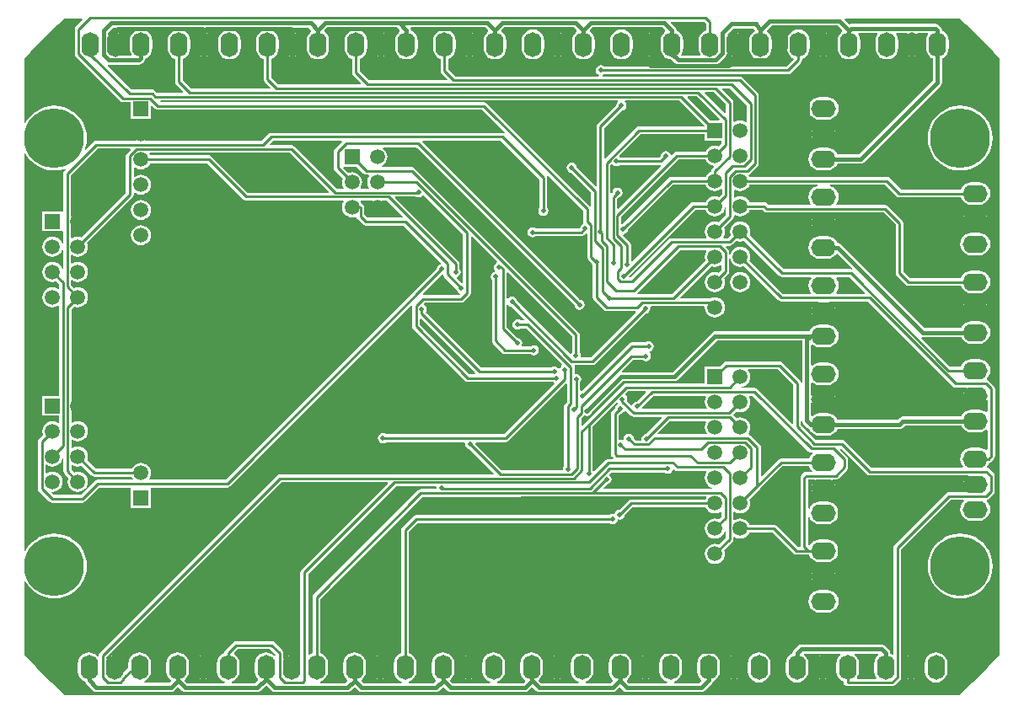
<source format=gbl>
G04 Layer_Physical_Order=2*
G04 Layer_Color=16711680*
%FSLAX25Y25*%
%MOIN*%
G70*
G01*
G75*
%ADD25C,0.01500*%
%ADD26C,0.01000*%
%ADD27O,0.06890X0.09842*%
%ADD28C,0.05905*%
%ADD29R,0.05905X0.05905*%
%ADD30O,0.09842X0.06890*%
%ADD31C,0.23622*%
%ADD32C,0.01968*%
G36*
X281419Y196922D02*
Y194049D01*
X278496Y191126D01*
X278032Y191318D01*
X277000Y191454D01*
X275968Y191318D01*
X275007Y190920D01*
X274181Y190286D01*
X273547Y189460D01*
X273149Y188499D01*
X273013Y187467D01*
X273149Y186435D01*
X273547Y185474D01*
X273697Y185278D01*
X273476Y184829D01*
X259806D01*
X259221Y184713D01*
X258724Y184381D01*
X243557Y169214D01*
X243146Y169228D01*
X242809Y169648D01*
X269099Y195938D01*
X273355D01*
X273547Y195474D01*
X274181Y194648D01*
X275007Y194014D01*
X275968Y193616D01*
X277000Y193480D01*
X278032Y193616D01*
X278993Y194014D01*
X279819Y194648D01*
X280453Y195474D01*
X280851Y196435D01*
X280919Y196955D01*
X281419Y196922D01*
D02*
G37*
G36*
X273547Y215474D02*
X274181Y214648D01*
X275007Y214014D01*
X275968Y213616D01*
X276398Y213559D01*
X276577Y213032D01*
X275919Y212373D01*
X275587Y211877D01*
X275471Y211292D01*
Y211112D01*
X275007Y210920D01*
X274181Y210286D01*
X273547Y209460D01*
X273355Y208996D01*
X259767D01*
X259182Y208880D01*
X258686Y208548D01*
X240526Y190388D01*
X240316Y190347D01*
X239929Y190664D01*
Y193166D01*
X262701Y215938D01*
X273355D01*
X273547Y215474D01*
D02*
G37*
G36*
X236470Y214110D02*
X236631Y213869D01*
X237287Y213431D01*
X238061Y213277D01*
X238836Y213431D01*
X239344Y213771D01*
X255501D01*
X255713Y213276D01*
X238791Y196354D01*
X238329Y196546D01*
Y200518D01*
X238623Y200812D01*
X239223Y200931D01*
X239880Y201369D01*
X240318Y202026D01*
X240472Y202800D01*
X240318Y203574D01*
X239880Y204231D01*
X239223Y204669D01*
X238449Y204823D01*
X237675Y204669D01*
X237018Y204231D01*
X236580Y203574D01*
X236461Y202975D01*
X236129Y202643D01*
X235629Y202850D01*
Y213838D01*
X235974Y214163D01*
X236470Y214110D01*
D02*
G37*
G36*
X177371Y186366D02*
Y167269D01*
X177017Y166979D01*
X176871Y166977D01*
X174901Y168947D01*
X175066Y169489D01*
X175274Y169531D01*
X175931Y169969D01*
X176369Y170626D01*
X176523Y171400D01*
X176369Y172174D01*
X176029Y172683D01*
Y174596D01*
X175913Y175182D01*
X175581Y175678D01*
X150451Y200809D01*
X150642Y201271D01*
X158667D01*
X159026Y201031D01*
X159800Y200877D01*
X160574Y201031D01*
X161231Y201469D01*
X161427Y201764D01*
X161925Y201813D01*
X177371Y186366D01*
D02*
G37*
G36*
X153592Y193342D02*
X153401Y192880D01*
X139483D01*
X138329Y194034D01*
Y197000D01*
X138213Y197585D01*
X137881Y198081D01*
X137385Y198413D01*
X137176Y198455D01*
X136953Y198993D01*
X136777Y199222D01*
X136998Y199671D01*
X141632D01*
X141802Y199171D01*
X141534Y198966D01*
X141093Y198390D01*
X140815Y197719D01*
X140786Y197500D01*
X143500D01*
X146214D01*
X146185Y197719D01*
X145907Y198390D01*
X145466Y198966D01*
X145198Y199171D01*
X145368Y199671D01*
X147263D01*
X153592Y193342D01*
D02*
G37*
G36*
X45846Y219809D02*
X44519Y218481D01*
X44187Y217985D01*
X44071Y217400D01*
Y202733D01*
X26496Y185159D01*
X26032Y185351D01*
X25000Y185487D01*
X23968Y185351D01*
X23007Y184953D01*
X22778Y184777D01*
X22329Y184998D01*
Y189632D01*
X22829Y189802D01*
X23034Y189534D01*
X23610Y189093D01*
X24281Y188815D01*
X24500Y188786D01*
Y191500D01*
Y194214D01*
X24281Y194185D01*
X23610Y193907D01*
X23034Y193465D01*
X22829Y193198D01*
X22329Y193368D01*
Y209566D01*
X33033Y220271D01*
X45654D01*
X45846Y219809D01*
D02*
G37*
G36*
X273671Y179622D02*
X273547Y179460D01*
X273149Y178499D01*
X273013Y177467D01*
X273149Y176435D01*
X273341Y175971D01*
X259929Y162559D01*
X246355D01*
X246148Y163059D01*
X263160Y180071D01*
X273450D01*
X273671Y179622D01*
D02*
G37*
G36*
X169601Y170434D02*
X169687Y170000D01*
X170019Y169504D01*
X174712Y164811D01*
X174831Y164211D01*
X175269Y163554D01*
X175926Y163116D01*
X175936Y163114D01*
X176103Y162613D01*
X175868Y162329D01*
X161599D01*
X161440Y162568D01*
X161378Y162815D01*
X169088Y170525D01*
X169601Y170434D01*
D02*
G37*
G36*
X285968Y183616D02*
X287000Y183480D01*
X288032Y183616D01*
X288496Y183808D01*
X302386Y169919D01*
X302882Y169587D01*
X303467Y169471D01*
X314891D01*
X315137Y168971D01*
X314641Y168324D01*
X314193Y167243D01*
X314040Y166083D01*
X314193Y164922D01*
X314641Y163841D01*
X315034Y163329D01*
X314787Y162829D01*
X303801D01*
X290659Y175971D01*
X290851Y176435D01*
X290987Y177467D01*
X290851Y178499D01*
X290453Y179460D01*
X289819Y180286D01*
X288993Y180920D01*
X288032Y181318D01*
X287000Y181454D01*
X285968Y181318D01*
X285007Y180920D01*
X284181Y180286D01*
X283547Y179460D01*
X283149Y178499D01*
X283129Y178350D01*
X282629Y178383D01*
Y179300D01*
X282513Y179885D01*
X282181Y180381D01*
X281254Y181309D01*
X281446Y181771D01*
X282833D01*
X283418Y181887D01*
X283914Y182219D01*
X285504Y183808D01*
X285968Y183616D01*
D02*
G37*
G36*
X283149Y176435D02*
X283547Y175474D01*
X284181Y174648D01*
X285007Y174014D01*
X285968Y173616D01*
X287000Y173480D01*
X288032Y173616D01*
X288496Y173808D01*
X302086Y160219D01*
X302582Y159887D01*
X303167Y159771D01*
X317822D01*
X317855Y159271D01*
X317676Y159247D01*
X316886Y158920D01*
X316207Y158399D01*
X315686Y157721D01*
X315359Y156930D01*
X315313Y156583D01*
X320000D01*
X324687D01*
X324641Y156930D01*
X324313Y157721D01*
X323793Y158399D01*
X323114Y158920D01*
X322324Y159247D01*
X322145Y159271D01*
X322178Y159771D01*
X337566D01*
X371219Y126119D01*
X371715Y125787D01*
X372300Y125671D01*
X376499D01*
X376669Y125171D01*
X376207Y124817D01*
X375687Y124138D01*
X375359Y123348D01*
X375313Y123000D01*
X380000D01*
Y122500D01*
X380500D01*
Y119224D01*
X381476D01*
X382324Y119336D01*
X383114Y119663D01*
X383793Y120184D01*
X384271Y120806D01*
X384465Y120797D01*
X384771Y120666D01*
Y116205D01*
X384271Y115959D01*
X383718Y116383D01*
X382637Y116831D01*
X381476Y116983D01*
X378524D01*
X377363Y116831D01*
X376282Y116383D01*
X375354Y115670D01*
X374641Y114742D01*
X374452Y114284D01*
X351417D01*
X351417Y114284D01*
X350735Y114148D01*
X350156Y113762D01*
X350156Y113762D01*
X349261Y112867D01*
X325548D01*
X325359Y113324D01*
X324646Y114253D01*
X323718Y114965D01*
X322637Y115413D01*
X321476Y115566D01*
X318524D01*
X317363Y115413D01*
X316282Y114965D01*
X315584Y114430D01*
X315084Y114676D01*
Y119592D01*
X315584Y119691D01*
X315686Y119445D01*
X316207Y118766D01*
X316886Y118245D01*
X317676Y117918D01*
X318524Y117806D01*
X319500D01*
Y121083D01*
Y124359D01*
X318524D01*
X317676Y124247D01*
X316886Y123920D01*
X316207Y123399D01*
X315686Y122721D01*
X315584Y122474D01*
X315084Y122573D01*
Y127489D01*
X315584Y127735D01*
X316282Y127200D01*
X317363Y126752D01*
X318524Y126599D01*
X321476D01*
X322637Y126752D01*
X323718Y127200D01*
X324646Y127912D01*
X325359Y128841D01*
X325807Y129922D01*
X325960Y131083D01*
X325807Y132243D01*
X325359Y133324D01*
X324646Y134253D01*
X323718Y134965D01*
X322637Y135413D01*
X321476Y135566D01*
X318524D01*
X317363Y135413D01*
X316282Y134965D01*
X315584Y134430D01*
X315084Y134676D01*
Y142489D01*
X315584Y142735D01*
X316282Y142200D01*
X317363Y141752D01*
X318524Y141599D01*
X321476D01*
X322637Y141752D01*
X323718Y142200D01*
X324646Y142912D01*
X325359Y143841D01*
X325807Y144922D01*
X325960Y146083D01*
X325807Y147243D01*
X325359Y148324D01*
X324646Y149253D01*
X323718Y149965D01*
X322637Y150413D01*
X321476Y150566D01*
X318524D01*
X317363Y150413D01*
X316282Y149965D01*
X315353Y149253D01*
X314641Y148324D01*
X314452Y147867D01*
X277083D01*
X276400Y147731D01*
X275821Y147344D01*
X260261Y131784D01*
X240390D01*
X240183Y132284D01*
X244469Y136571D01*
X248417D01*
X248926Y136231D01*
X249700Y136077D01*
X250474Y136231D01*
X251131Y136669D01*
X251569Y137326D01*
X251723Y138100D01*
X251569Y138874D01*
X251131Y139531D01*
X251240Y140059D01*
X251601Y140131D01*
X252257Y140569D01*
X252696Y141226D01*
X252850Y142000D01*
X252696Y142774D01*
X252257Y143431D01*
X251601Y143869D01*
X250827Y144023D01*
X250052Y143869D01*
X249544Y143529D01*
X244100D01*
X243515Y143413D01*
X243019Y143081D01*
X224426Y124488D01*
X224129Y124430D01*
X223629Y124794D01*
Y127717D01*
X223969Y128226D01*
X224123Y129000D01*
X223969Y129774D01*
X223531Y130431D01*
X222874Y130869D01*
X222100Y131023D01*
X221916Y130986D01*
X221529Y131304D01*
Y133600D01*
X221436Y134071D01*
X221711Y134571D01*
X228557D01*
X229142Y134687D01*
X229638Y135019D01*
X249631Y155012D01*
X250231Y155131D01*
X250887Y155569D01*
X251326Y156226D01*
X251480Y157000D01*
X251400Y157401D01*
X251797Y157901D01*
X261224D01*
X261572Y157971D01*
X272700D01*
X273030Y157595D01*
X273013Y157467D01*
X273149Y156435D01*
X273547Y155474D01*
X274181Y154648D01*
X275007Y154014D01*
X275968Y153616D01*
X277000Y153480D01*
X278032Y153616D01*
X278993Y154014D01*
X279819Y154648D01*
X280453Y155474D01*
X280851Y156435D01*
X280987Y157467D01*
X280851Y158499D01*
X280453Y159460D01*
X279819Y160286D01*
X278993Y160920D01*
X278032Y161318D01*
X277000Y161454D01*
X275968Y161318D01*
X275173Y160988D01*
X274967Y161029D01*
X263379D01*
X263187Y161491D01*
X275504Y173808D01*
X275968Y173616D01*
X277000Y173480D01*
X278032Y173616D01*
X278993Y174014D01*
X279122Y174113D01*
X279571Y173892D01*
Y172201D01*
X278496Y171126D01*
X278032Y171318D01*
X277000Y171454D01*
X275968Y171318D01*
X275007Y170920D01*
X274181Y170286D01*
X273547Y169460D01*
X273149Y168499D01*
X273013Y167467D01*
X273149Y166435D01*
X273547Y165474D01*
X274181Y164648D01*
X275007Y164014D01*
X275968Y163616D01*
X277000Y163480D01*
X278032Y163616D01*
X278993Y164014D01*
X279819Y164648D01*
X280453Y165474D01*
X280851Y166435D01*
X280987Y167467D01*
X280851Y168499D01*
X280659Y168963D01*
X282181Y170486D01*
X282513Y170982D01*
X282629Y171567D01*
Y176551D01*
X283129Y176584D01*
X283149Y176435D01*
D02*
G37*
G36*
X336359Y163291D02*
X336168Y162829D01*
X325213D01*
X324966Y163329D01*
X325359Y163841D01*
X325807Y164922D01*
X325960Y166083D01*
X325807Y167243D01*
X325359Y168324D01*
X324863Y168971D01*
X325110Y169471D01*
X330180D01*
X336359Y163291D01*
D02*
G37*
G36*
X272808Y229496D02*
X272601Y228996D01*
X247067D01*
X246482Y228880D01*
X245986Y228548D01*
X233746Y216308D01*
X233284Y216500D01*
Y228421D01*
X240175Y235312D01*
X240774Y235431D01*
X241431Y235869D01*
X241869Y236526D01*
X242023Y237300D01*
X241869Y238074D01*
X241431Y238731D01*
X241371Y238771D01*
X241522Y239271D01*
X263034D01*
X272808Y229496D01*
D02*
G37*
G36*
X90619Y200119D02*
X91115Y199787D01*
X91700Y199671D01*
X130002D01*
X130223Y199222D01*
X130047Y198993D01*
X129649Y198032D01*
X129513Y197000D01*
X129649Y195968D01*
X130047Y195007D01*
X130681Y194181D01*
X131507Y193547D01*
X132468Y193149D01*
X133500Y193013D01*
X134532Y193149D01*
X134790Y193256D01*
X135360Y192951D01*
X135387Y192815D01*
X135719Y192319D01*
X137768Y190269D01*
X138265Y189937D01*
X138850Y189821D01*
X153871D01*
X168632Y175060D01*
X168467Y174517D01*
X168226Y174469D01*
X167569Y174031D01*
X167131Y173374D01*
X167012Y172775D01*
X83467Y89229D01*
X53422D01*
X53201Y89678D01*
X53453Y90007D01*
X53851Y90968D01*
X53987Y92000D01*
X53851Y93032D01*
X53453Y93993D01*
X52819Y94819D01*
X51993Y95453D01*
X51032Y95851D01*
X50000Y95987D01*
X48968Y95851D01*
X48007Y95453D01*
X47181Y94819D01*
X46547Y93993D01*
X46355Y93529D01*
X32133D01*
X28659Y97004D01*
X28851Y97468D01*
X28987Y98500D01*
X28851Y99532D01*
X28453Y100493D01*
X27819Y101319D01*
X26993Y101953D01*
X26032Y102351D01*
X25000Y102487D01*
X23968Y102351D01*
X23007Y101953D01*
X22878Y101854D01*
X22429Y102075D01*
Y104925D01*
X22878Y105146D01*
X23007Y105047D01*
X23968Y104649D01*
X25000Y104513D01*
X26032Y104649D01*
X26993Y105047D01*
X27819Y105681D01*
X28453Y106507D01*
X28851Y107468D01*
X28987Y108500D01*
X28851Y109532D01*
X28453Y110493D01*
X27819Y111319D01*
X26993Y111953D01*
X26032Y112351D01*
X25000Y112487D01*
X23968Y112351D01*
X23007Y111953D01*
X22878Y111854D01*
X22429Y112075D01*
Y116502D01*
X22929Y116671D01*
X23034Y116534D01*
X23610Y116093D01*
X24281Y115815D01*
X24500Y115786D01*
Y118500D01*
Y121214D01*
X24281Y121185D01*
X23610Y120907D01*
X23034Y120466D01*
X22929Y120329D01*
X22429Y120498D01*
Y156766D01*
X23504Y157841D01*
X23968Y157649D01*
X25000Y157513D01*
X26032Y157649D01*
X26993Y158047D01*
X27819Y158681D01*
X28453Y159507D01*
X28851Y160468D01*
X28987Y161500D01*
X28851Y162532D01*
X28453Y163493D01*
X27819Y164319D01*
X26993Y164953D01*
X26032Y165351D01*
X25000Y165487D01*
X23968Y165351D01*
X23504Y165159D01*
X22329Y166333D01*
Y168002D01*
X22778Y168223D01*
X23007Y168047D01*
X23968Y167649D01*
X25000Y167513D01*
X26032Y167649D01*
X26993Y168047D01*
X27819Y168681D01*
X28453Y169507D01*
X28851Y170468D01*
X28987Y171500D01*
X28851Y172532D01*
X28453Y173493D01*
X27819Y174319D01*
X26993Y174953D01*
X26032Y175351D01*
X25000Y175487D01*
X23968Y175351D01*
X23007Y174953D01*
X22778Y174777D01*
X22329Y174998D01*
Y178002D01*
X22778Y178223D01*
X23007Y178047D01*
X23968Y177649D01*
X25000Y177513D01*
X26032Y177649D01*
X26993Y178047D01*
X27819Y178681D01*
X28453Y179507D01*
X28851Y180468D01*
X28987Y181500D01*
X28851Y182532D01*
X28659Y182996D01*
X46681Y201019D01*
X47013Y201515D01*
X47129Y202100D01*
Y202590D01*
X47629Y202837D01*
X48007Y202547D01*
X48968Y202149D01*
X50000Y202013D01*
X51032Y202149D01*
X51993Y202547D01*
X52819Y203181D01*
X53453Y204007D01*
X53851Y204968D01*
X53987Y206000D01*
X53851Y207032D01*
X53453Y207993D01*
X52819Y208819D01*
X51993Y209453D01*
X51032Y209851D01*
X50000Y209987D01*
X48968Y209851D01*
X48007Y209453D01*
X47629Y209163D01*
X47129Y209410D01*
Y212590D01*
X47629Y212837D01*
X48007Y212547D01*
X48968Y212149D01*
X50000Y212013D01*
X51032Y212149D01*
X51993Y212547D01*
X52819Y213181D01*
X53453Y214007D01*
X53645Y214471D01*
X76266D01*
X90619Y200119D01*
D02*
G37*
G36*
X378858Y266931D02*
X384876Y260913D01*
X389667Y255802D01*
Y19993D01*
X384876Y14882D01*
X378858Y8864D01*
X373747Y4073D01*
X19828D01*
X14717Y8864D01*
X8699Y14882D01*
X3908Y19993D01*
Y48964D01*
X4408Y49105D01*
X5352Y47565D01*
X6661Y46031D01*
X8195Y44722D01*
X9914Y43668D01*
X11777Y42897D01*
X13738Y42426D01*
X15748Y42268D01*
X17758Y42426D01*
X19719Y42897D01*
X21582Y43668D01*
X23301Y44722D01*
X24835Y46031D01*
X26144Y47565D01*
X27198Y49284D01*
X27970Y51147D01*
X28440Y53108D01*
X28599Y55118D01*
X28440Y57129D01*
X27970Y59089D01*
X27198Y60952D01*
X26144Y62672D01*
X24835Y64205D01*
X23301Y65515D01*
X21582Y66568D01*
X19719Y67340D01*
X17758Y67811D01*
X15748Y67969D01*
X13738Y67811D01*
X11777Y67340D01*
X9914Y66568D01*
X8195Y65515D01*
X6661Y64205D01*
X5352Y62672D01*
X4408Y61132D01*
X3908Y61273D01*
Y195422D01*
Y218255D01*
X4408Y218396D01*
X5352Y216856D01*
X6661Y215323D01*
X8195Y214013D01*
X9914Y212959D01*
X11777Y212188D01*
X13738Y211717D01*
X15748Y211559D01*
X17758Y211717D01*
X19719Y212188D01*
X20081Y212338D01*
X20359Y211922D01*
X19719Y211281D01*
X19387Y210785D01*
X19271Y210200D01*
Y195821D01*
X18953Y195453D01*
X18771Y195453D01*
X11047D01*
Y187547D01*
X18771D01*
X18953Y187547D01*
X19271Y187179D01*
Y182825D01*
X18771Y182726D01*
X18453Y183493D01*
X17819Y184319D01*
X16993Y184953D01*
X16032Y185351D01*
X15000Y185487D01*
X13968Y185351D01*
X13007Y184953D01*
X12181Y184319D01*
X11547Y183493D01*
X11149Y182532D01*
X11013Y181500D01*
X11149Y180468D01*
X11547Y179507D01*
X12181Y178681D01*
X13007Y178047D01*
X13968Y177649D01*
X15000Y177513D01*
X16032Y177649D01*
X16993Y178047D01*
X17819Y178681D01*
X18453Y179507D01*
X18771Y180274D01*
X19271Y180175D01*
Y172825D01*
X18771Y172726D01*
X18453Y173493D01*
X17819Y174319D01*
X16993Y174953D01*
X16032Y175351D01*
X15000Y175487D01*
X13968Y175351D01*
X13007Y174953D01*
X12181Y174319D01*
X11547Y173493D01*
X11149Y172532D01*
X11013Y171500D01*
X11149Y170468D01*
X11547Y169507D01*
X12181Y168681D01*
X13007Y168047D01*
X13968Y167649D01*
X15000Y167513D01*
X16032Y167649D01*
X16496Y167841D01*
X17571Y166767D01*
Y165075D01*
X17122Y164854D01*
X16993Y164953D01*
X16032Y165351D01*
X15000Y165487D01*
X13968Y165351D01*
X13007Y164953D01*
X12181Y164319D01*
X11547Y163493D01*
X11149Y162532D01*
X11013Y161500D01*
X11149Y160468D01*
X11547Y159507D01*
X12181Y158681D01*
X13007Y158047D01*
X13968Y157649D01*
X15000Y157513D01*
X16032Y157649D01*
X16993Y158047D01*
X17122Y158146D01*
X17571Y157925D01*
Y122453D01*
X11047D01*
Y114547D01*
X17571D01*
Y112075D01*
X17122Y111854D01*
X16993Y111953D01*
X16032Y112351D01*
X15000Y112487D01*
X13968Y112351D01*
X13007Y111953D01*
X12181Y111319D01*
X11547Y110493D01*
X11149Y109532D01*
X11013Y108500D01*
X11149Y107468D01*
X11341Y107004D01*
X9719Y105381D01*
X9387Y104885D01*
X9271Y104300D01*
Y85700D01*
X9387Y85115D01*
X9719Y84619D01*
X13719Y80619D01*
X14215Y80287D01*
X14800Y80171D01*
X26800D01*
X27385Y80287D01*
X27881Y80619D01*
X33433Y86171D01*
X45638D01*
X46047Y85953D01*
X46047Y85671D01*
Y78047D01*
X53953D01*
Y85671D01*
X53953Y85953D01*
X54362Y86171D01*
X84100D01*
X84685Y86287D01*
X85181Y86619D01*
X156785Y158222D01*
X157032Y158160D01*
X157271Y158001D01*
Y149900D01*
X157387Y149315D01*
X157719Y148819D01*
X178219Y128319D01*
X178715Y127987D01*
X179300Y127871D01*
X213117D01*
X213358Y127710D01*
X213451Y127095D01*
X193585Y107229D01*
X146983D01*
X146474Y107569D01*
X145700Y107723D01*
X144926Y107569D01*
X144269Y107131D01*
X143831Y106474D01*
X143677Y105700D01*
X143831Y104926D01*
X144269Y104269D01*
X144926Y103831D01*
X145700Y103677D01*
X146474Y103831D01*
X146983Y104171D01*
X177840D01*
X178251Y103671D01*
X178177Y103300D01*
X178331Y102526D01*
X178769Y101869D01*
X179426Y101431D01*
X180025Y101312D01*
X189543Y91794D01*
X189352Y91332D01*
X104902D01*
X104317Y91215D01*
X103821Y90884D01*
X33719Y20781D01*
X33387Y20285D01*
X33271Y19700D01*
Y19642D01*
X32797Y19481D01*
X32670Y19647D01*
X31742Y20359D01*
X30660Y20807D01*
X29500Y20960D01*
X28340Y20807D01*
X27258Y20359D01*
X26330Y19647D01*
X25617Y18718D01*
X25170Y17637D01*
X25017Y16476D01*
Y13524D01*
X25170Y12363D01*
X25617Y11282D01*
X26330Y10353D01*
X27258Y9641D01*
X27835Y9402D01*
X27852Y9317D01*
X28238Y8738D01*
X31138Y5838D01*
X31717Y5452D01*
X32400Y5316D01*
X32400Y5316D01*
X62000D01*
X62683Y5452D01*
X63262Y5838D01*
X64700Y7277D01*
X66238Y5738D01*
X66238Y5738D01*
X66817Y5351D01*
X67500Y5216D01*
X67500Y5216D01*
X96000D01*
X96683Y5351D01*
X97262Y5738D01*
X99500Y7977D01*
X101738Y5738D01*
X101738Y5738D01*
X102317Y5351D01*
X103000Y5216D01*
X103000Y5216D01*
X131500D01*
X131853Y5286D01*
X132113Y5328D01*
X132136Y5342D01*
X132183Y5351D01*
X132565Y5607D01*
X132705Y5694D01*
X132711Y5698D01*
X132711Y5698D01*
X132711Y5698D01*
X132733Y5719D01*
X132762Y5738D01*
X132775Y5758D01*
X134455Y7321D01*
X136038Y5738D01*
X136617Y5351D01*
X137300Y5216D01*
X137300Y5216D01*
X166700D01*
X167383Y5351D01*
X167962Y5738D01*
X169600Y7377D01*
X171238Y5738D01*
X171817Y5351D01*
X172500Y5216D01*
X201900D01*
X202583Y5351D01*
X203162Y5738D01*
X204700Y7277D01*
X206238Y5738D01*
X206238Y5738D01*
X206817Y5351D01*
X207500Y5216D01*
X207500Y5216D01*
X236500D01*
X237183Y5351D01*
X237762Y5738D01*
X239300Y7277D01*
X240838Y5738D01*
X240838Y5738D01*
X241417Y5351D01*
X242100Y5216D01*
X242100Y5216D01*
X271500D01*
X272183Y5351D01*
X272762Y5738D01*
X275762Y8738D01*
X276149Y9317D01*
X276165Y9402D01*
X276742Y9641D01*
X277670Y10353D01*
X278383Y11282D01*
X278831Y12363D01*
X278983Y13524D01*
Y16476D01*
X278831Y17637D01*
X278383Y18718D01*
X277670Y19647D01*
X276742Y20359D01*
X275660Y20807D01*
X274500Y20960D01*
X273340Y20807D01*
X272258Y20359D01*
X271330Y19647D01*
X270617Y18718D01*
X270169Y17637D01*
X270017Y16476D01*
Y13524D01*
X270169Y12363D01*
X270617Y11282D01*
X271330Y10353D01*
X271595Y10150D01*
X271628Y9651D01*
X270761Y8784D01*
X260980D01*
X260880Y9284D01*
X261742Y9641D01*
X262670Y10353D01*
X263383Y11282D01*
X263830Y12363D01*
X263983Y13524D01*
Y16476D01*
X263830Y17637D01*
X263383Y18718D01*
X262670Y19647D01*
X261742Y20359D01*
X260660Y20807D01*
X259500Y20960D01*
X258340Y20807D01*
X257258Y20359D01*
X256330Y19647D01*
X255617Y18718D01*
X255170Y17637D01*
X255017Y16476D01*
Y13524D01*
X255170Y12363D01*
X255617Y11282D01*
X256330Y10353D01*
X257258Y9641D01*
X258120Y9284D01*
X258020Y8784D01*
X242839D01*
X242146Y9477D01*
X242179Y9976D01*
X242670Y10353D01*
X243383Y11282D01*
X243830Y12363D01*
X243983Y13524D01*
Y16476D01*
X243830Y17637D01*
X243383Y18718D01*
X242670Y19647D01*
X241742Y20359D01*
X240660Y20807D01*
X239500Y20960D01*
X238340Y20807D01*
X237258Y20359D01*
X236330Y19647D01*
X235617Y18718D01*
X235170Y17637D01*
X235017Y16476D01*
Y13524D01*
X235170Y12363D01*
X235617Y11282D01*
X236330Y10353D01*
X236595Y10150D01*
X236628Y9651D01*
X235761Y8784D01*
X225980D01*
X225880Y9284D01*
X226742Y9641D01*
X227670Y10353D01*
X228383Y11282D01*
X228831Y12363D01*
X228983Y13524D01*
Y16476D01*
X228831Y17637D01*
X228383Y18718D01*
X227670Y19647D01*
X226742Y20359D01*
X225660Y20807D01*
X224500Y20960D01*
X223340Y20807D01*
X222258Y20359D01*
X221330Y19647D01*
X220617Y18718D01*
X220169Y17637D01*
X220017Y16476D01*
Y13524D01*
X220169Y12363D01*
X220617Y11282D01*
X221330Y10353D01*
X222258Y9641D01*
X223120Y9284D01*
X223020Y8784D01*
X208239D01*
X207372Y9651D01*
X207405Y10150D01*
X207670Y10353D01*
X208383Y11282D01*
X208830Y12363D01*
X208983Y13524D01*
Y16476D01*
X208830Y17637D01*
X208383Y18718D01*
X207670Y19647D01*
X206742Y20359D01*
X205660Y20807D01*
X204500Y20960D01*
X203340Y20807D01*
X202258Y20359D01*
X201330Y19647D01*
X200617Y18718D01*
X200169Y17637D01*
X200017Y16476D01*
Y13524D01*
X200169Y12363D01*
X200617Y11282D01*
X201330Y10353D01*
X201821Y9976D01*
X201854Y9477D01*
X201161Y8784D01*
X190980D01*
X190880Y9284D01*
X191742Y9641D01*
X192670Y10353D01*
X193383Y11282D01*
X193831Y12363D01*
X193983Y13524D01*
Y16476D01*
X193831Y17637D01*
X193383Y18718D01*
X192670Y19647D01*
X191742Y20359D01*
X190660Y20807D01*
X189500Y20960D01*
X188340Y20807D01*
X187258Y20359D01*
X186330Y19647D01*
X185617Y18718D01*
X185169Y17637D01*
X185017Y16476D01*
Y13524D01*
X185169Y12363D01*
X185617Y11282D01*
X186330Y10353D01*
X187258Y9641D01*
X188120Y9284D01*
X188020Y8784D01*
X173239D01*
X172372Y9651D01*
X172405Y10150D01*
X172670Y10353D01*
X173383Y11282D01*
X173830Y12363D01*
X173983Y13524D01*
Y16476D01*
X173830Y17637D01*
X173383Y18718D01*
X172670Y19647D01*
X171742Y20359D01*
X170660Y20807D01*
X169500Y20960D01*
X168340Y20807D01*
X167258Y20359D01*
X166330Y19647D01*
X165617Y18718D01*
X165170Y17637D01*
X165017Y16476D01*
Y13524D01*
X165170Y12363D01*
X165617Y11282D01*
X166330Y10353D01*
X166708Y10063D01*
X166741Y9564D01*
X165961Y8784D01*
X155980D01*
X155880Y9284D01*
X156742Y9641D01*
X157670Y10353D01*
X158383Y11282D01*
X158830Y12363D01*
X158983Y13524D01*
Y16476D01*
X158830Y17637D01*
X158383Y18718D01*
X157670Y19647D01*
X156742Y20359D01*
X156029Y20654D01*
Y68766D01*
X159433Y72171D01*
X235379D01*
X235887Y71831D01*
X236661Y71677D01*
X237436Y71831D01*
X238092Y72269D01*
X238530Y72926D01*
X238658Y73568D01*
X239353Y73430D01*
X240127Y73584D01*
X240784Y74022D01*
X241222Y74679D01*
X241341Y75279D01*
X244500Y78438D01*
X273355D01*
X273547Y77974D01*
X274181Y77148D01*
X275007Y76514D01*
X275968Y76116D01*
X277000Y75980D01*
X278032Y76116D01*
X278993Y76514D01*
X279222Y76690D01*
X279671Y76469D01*
Y74800D01*
X278496Y73626D01*
X278032Y73818D01*
X277000Y73954D01*
X275968Y73818D01*
X275007Y73420D01*
X274181Y72786D01*
X273547Y71960D01*
X273149Y70999D01*
X273013Y69967D01*
X273149Y68935D01*
X273547Y67974D01*
X274181Y67148D01*
X275007Y66514D01*
X275968Y66116D01*
X277000Y65980D01*
X278032Y66116D01*
X278993Y66514D01*
X279819Y67148D01*
X280453Y67974D01*
X280771Y68741D01*
X281271Y68642D01*
Y66400D01*
X278496Y63626D01*
X278032Y63818D01*
X277000Y63954D01*
X275968Y63818D01*
X275007Y63420D01*
X274181Y62786D01*
X273547Y61960D01*
X273149Y60999D01*
X273013Y59967D01*
X273149Y58935D01*
X273547Y57974D01*
X274181Y57148D01*
X275007Y56514D01*
X275968Y56116D01*
X277000Y55980D01*
X278032Y56116D01*
X278993Y56514D01*
X279819Y57148D01*
X280453Y57974D01*
X280851Y58935D01*
X280987Y59967D01*
X280851Y60999D01*
X280659Y61463D01*
X283881Y64686D01*
X284213Y65182D01*
X284329Y65767D01*
Y66469D01*
X284778Y66690D01*
X285007Y66514D01*
X285968Y66116D01*
X287000Y65980D01*
X288032Y66116D01*
X288993Y66514D01*
X289819Y67148D01*
X290453Y67974D01*
X290645Y68438D01*
X299682D01*
X308119Y60001D01*
X308615Y59670D01*
X309200Y59553D01*
X314346D01*
X314641Y58841D01*
X315353Y57912D01*
X316282Y57200D01*
X317363Y56752D01*
X318524Y56599D01*
X321476D01*
X322637Y56752D01*
X323718Y57200D01*
X324646Y57912D01*
X325359Y58841D01*
X325807Y59922D01*
X325960Y61083D01*
X325807Y62243D01*
X325359Y63324D01*
X324646Y64253D01*
X323718Y64965D01*
X322637Y65413D01*
X321476Y65566D01*
X318524D01*
X317363Y65413D01*
X316282Y64965D01*
X315353Y64253D01*
X314751Y63467D01*
X314247Y63373D01*
X314141Y63387D01*
X313929Y63567D01*
Y74252D01*
X314429Y74352D01*
X314641Y73841D01*
X315353Y72913D01*
X316282Y72200D01*
X317363Y71752D01*
X318524Y71599D01*
X321476D01*
X322637Y71752D01*
X323718Y72200D01*
X324646Y72913D01*
X325359Y73841D01*
X325807Y74922D01*
X325960Y76083D01*
X325807Y77243D01*
X325359Y78324D01*
X324646Y79253D01*
X323718Y79965D01*
X322637Y80413D01*
X321476Y80566D01*
X318524D01*
X317363Y80413D01*
X316282Y79965D01*
X315353Y79253D01*
X314641Y78324D01*
X314429Y77813D01*
X313929Y77913D01*
Y89271D01*
X316522D01*
X316691Y88771D01*
X316207Y88399D01*
X315686Y87721D01*
X315359Y86931D01*
X315313Y86583D01*
X320000D01*
Y86083D01*
D01*
Y86583D01*
X324687D01*
X324641Y86931D01*
X324313Y87721D01*
X323793Y88399D01*
X323309Y88771D01*
X323479Y89271D01*
X324800D01*
X325385Y89387D01*
X325881Y89719D01*
X329281Y93119D01*
X329613Y93615D01*
X329729Y94200D01*
Y97400D01*
X329613Y97985D01*
X329281Y98481D01*
X326661Y101102D01*
X326826Y101644D01*
X326882Y101655D01*
X337119Y91419D01*
X337615Y91087D01*
X338200Y90971D01*
X377108D01*
X377208Y90471D01*
X376886Y90337D01*
X376207Y89816D01*
X375687Y89138D01*
X375359Y88348D01*
X375313Y88000D01*
X380000D01*
Y87000D01*
X375313D01*
X375359Y86652D01*
X375687Y85862D01*
X376207Y85184D01*
X376669Y84829D01*
X376499Y84329D01*
X369600D01*
X369015Y84213D01*
X368519Y83881D01*
X348019Y63381D01*
X347687Y62885D01*
X347571Y62300D01*
Y20288D01*
X347122Y20067D01*
X346742Y20359D01*
X346284Y20548D01*
Y20600D01*
X346148Y21283D01*
X345762Y21862D01*
X345762Y21862D01*
X344062Y23562D01*
X343483Y23948D01*
X342800Y24084D01*
X311200D01*
X310517Y23948D01*
X309938Y23562D01*
X309938Y23562D01*
X308238Y21862D01*
X307852Y21283D01*
X307716Y20600D01*
Y20548D01*
X307258Y20359D01*
X306330Y19647D01*
X305617Y18718D01*
X305170Y17637D01*
X305017Y16476D01*
Y13524D01*
X305170Y12363D01*
X305617Y11282D01*
X306330Y10353D01*
X307258Y9641D01*
X308340Y9193D01*
X309500Y9040D01*
X310660Y9193D01*
X311742Y9641D01*
X312670Y10353D01*
X313383Y11282D01*
X313830Y12363D01*
X313983Y13524D01*
Y16476D01*
X313830Y17637D01*
X313383Y18718D01*
X312670Y19647D01*
X312189Y20016D01*
X312359Y20516D01*
X326641D01*
X326811Y20016D01*
X326330Y19647D01*
X325617Y18718D01*
X325169Y17637D01*
X325017Y16476D01*
Y13524D01*
X325169Y12363D01*
X325617Y11282D01*
X326330Y10353D01*
X327258Y9641D01*
X327971Y9346D01*
Y8980D01*
X328087Y8395D01*
X328419Y7899D01*
X328915Y7567D01*
X329500Y7451D01*
X347080D01*
X347666Y7567D01*
X348162Y7899D01*
X350181Y9919D01*
X350513Y10415D01*
X350629Y11000D01*
Y61667D01*
X370233Y81271D01*
X375358D01*
X375519Y80797D01*
X375354Y80670D01*
X374641Y79742D01*
X374193Y78660D01*
X374040Y77500D01*
X374193Y76340D01*
X374641Y75258D01*
X375354Y74330D01*
X376282Y73617D01*
X377363Y73169D01*
X378524Y73017D01*
X381476D01*
X382637Y73169D01*
X383718Y73617D01*
X384647Y74330D01*
X385359Y75258D01*
X385807Y76340D01*
X385960Y77500D01*
X385807Y78660D01*
X385359Y79742D01*
X384647Y80670D01*
X384481Y80797D01*
X384606Y81331D01*
X384885Y81387D01*
X385381Y81719D01*
X387181Y83519D01*
X387513Y84015D01*
X387629Y84600D01*
Y90800D01*
X387513Y91385D01*
X387181Y91881D01*
X385481Y93581D01*
X384985Y93913D01*
X384937Y93923D01*
X384860Y94031D01*
X384753Y94469D01*
X385359Y95258D01*
X385695Y96069D01*
X385785Y96087D01*
X386281Y96419D01*
X387381Y97519D01*
X387713Y98015D01*
X387829Y98600D01*
Y125200D01*
X387713Y125785D01*
X387381Y126281D01*
X385381Y128281D01*
X384885Y128613D01*
X384606Y128668D01*
X384481Y129203D01*
X384647Y129330D01*
X385359Y130258D01*
X385807Y131340D01*
X385960Y132500D01*
X385807Y133660D01*
X385359Y134742D01*
X384647Y135670D01*
X383718Y136383D01*
X382637Y136830D01*
X381476Y136983D01*
X378524D01*
X377363Y136830D01*
X376282Y136383D01*
X375354Y135670D01*
X374641Y134742D01*
X374346Y134029D01*
X369947D01*
X358639Y145337D01*
X358885Y145798D01*
X359300Y145716D01*
X359300Y145716D01*
X374452D01*
X374641Y145258D01*
X375354Y144330D01*
X376282Y143617D01*
X377363Y143169D01*
X378524Y143017D01*
X381476D01*
X382637Y143169D01*
X383718Y143617D01*
X384647Y144330D01*
X385359Y145258D01*
X385807Y146340D01*
X385960Y147500D01*
X385807Y148660D01*
X385359Y149742D01*
X384647Y150670D01*
X383718Y151383D01*
X382637Y151830D01*
X381476Y151983D01*
X378524D01*
X377363Y151830D01*
X376282Y151383D01*
X375354Y150670D01*
X374641Y149742D01*
X374452Y149284D01*
X360039D01*
X326979Y182344D01*
X326400Y182731D01*
X325717Y182867D01*
X325548D01*
X325359Y183324D01*
X324646Y184253D01*
X323718Y184965D01*
X322637Y185413D01*
X321476Y185566D01*
X318524D01*
X317363Y185413D01*
X316282Y184965D01*
X315353Y184253D01*
X314641Y183324D01*
X314193Y182243D01*
X314040Y181083D01*
X314193Y179922D01*
X314641Y178841D01*
X315353Y177912D01*
X316282Y177200D01*
X317363Y176752D01*
X318524Y176599D01*
X321476D01*
X322637Y176752D01*
X323718Y177200D01*
X324646Y177912D01*
X325085Y178484D01*
X325749Y178528D01*
X331343Y172934D01*
X331097Y172473D01*
X330813Y172529D01*
X304100D01*
X290659Y185971D01*
X290851Y186435D01*
X290987Y187467D01*
X290851Y188499D01*
X290453Y189460D01*
X289819Y190286D01*
X288993Y190920D01*
X288032Y191318D01*
X287000Y191454D01*
X285968Y191318D01*
X285007Y190920D01*
X284181Y190286D01*
X283547Y189460D01*
X283149Y188499D01*
X283013Y187467D01*
X283149Y186435D01*
X283341Y185971D01*
X282200Y184829D01*
X280524D01*
X280303Y185278D01*
X280453Y185474D01*
X280851Y186435D01*
X280987Y187467D01*
X280851Y188499D01*
X280659Y188963D01*
X284030Y192334D01*
X284362Y192831D01*
X284478Y193416D01*
Y193854D01*
X284927Y194076D01*
X285007Y194014D01*
X285968Y193616D01*
X287000Y193480D01*
X288032Y193616D01*
X288993Y194014D01*
X289819Y194648D01*
X290453Y195474D01*
X290645Y195938D01*
X295766D01*
X296386Y195319D01*
X296882Y194987D01*
X297467Y194871D01*
X343766D01*
X348471Y190166D01*
Y171000D01*
X348587Y170415D01*
X348919Y169919D01*
X352419Y166419D01*
X352915Y166087D01*
X353500Y165971D01*
X374346D01*
X374641Y165258D01*
X375354Y164330D01*
X376282Y163617D01*
X377363Y163170D01*
X378524Y163017D01*
X381476D01*
X382637Y163170D01*
X383718Y163617D01*
X384647Y164330D01*
X385359Y165258D01*
X385807Y166340D01*
X385960Y167500D01*
X385807Y168660D01*
X385359Y169742D01*
X384647Y170670D01*
X383718Y171383D01*
X382637Y171830D01*
X381476Y171983D01*
X378524D01*
X377363Y171830D01*
X376282Y171383D01*
X375354Y170670D01*
X374641Y169742D01*
X374346Y169029D01*
X354134D01*
X351529Y171634D01*
Y190800D01*
X351413Y191385D01*
X351081Y191881D01*
X345481Y197481D01*
X344985Y197813D01*
X344400Y197929D01*
X325225D01*
X325004Y198378D01*
X325359Y198841D01*
X325807Y199922D01*
X325960Y201083D01*
X325807Y202243D01*
X325359Y203324D01*
X324646Y204253D01*
X323718Y204965D01*
X322637Y205413D01*
X322450Y205438D01*
X322483Y205938D01*
X344399D01*
X348919Y201419D01*
X349415Y201087D01*
X350000Y200971D01*
X374346D01*
X374641Y200258D01*
X375354Y199330D01*
X376282Y198617D01*
X377363Y198170D01*
X378524Y198017D01*
X381476D01*
X382637Y198170D01*
X383718Y198617D01*
X384647Y199330D01*
X385359Y200258D01*
X385807Y201340D01*
X385960Y202500D01*
X385807Y203660D01*
X385359Y204742D01*
X384647Y205670D01*
X383718Y206383D01*
X382637Y206831D01*
X381476Y206983D01*
X378524D01*
X377363Y206831D01*
X376282Y206383D01*
X375354Y205670D01*
X374641Y204742D01*
X374346Y204029D01*
X350634D01*
X346114Y208548D01*
X345618Y208880D01*
X345033Y208996D01*
X290645D01*
X290453Y209460D01*
X290332Y209618D01*
X290508Y210086D01*
X290603Y210105D01*
X291100Y210437D01*
X293881Y213219D01*
X294213Y213715D01*
X294329Y214300D01*
Y241400D01*
X294213Y241985D01*
X293881Y242481D01*
X287981Y248381D01*
X287485Y248713D01*
X286900Y248829D01*
X232716D01*
X232667Y249329D01*
X232674Y249331D01*
X233183Y249671D01*
X306000D01*
X306585Y249787D01*
X307081Y250119D01*
X311081Y254119D01*
X311413Y254615D01*
X311529Y255200D01*
Y255846D01*
X312242Y256141D01*
X313170Y256854D01*
X313883Y257782D01*
X314331Y258863D01*
X314483Y260024D01*
Y262976D01*
X314331Y264137D01*
X313883Y265218D01*
X313170Y266146D01*
X312242Y266859D01*
X311160Y267307D01*
X310000Y267460D01*
X308840Y267307D01*
X307758Y266859D01*
X306830Y266146D01*
X306117Y265218D01*
X305669Y264137D01*
X305517Y262976D01*
Y260024D01*
X305669Y258863D01*
X306117Y257782D01*
X306830Y256854D01*
X307758Y256141D01*
X307979Y256049D01*
X308097Y255460D01*
X305366Y252729D01*
X233183D01*
X232674Y253069D01*
X231900Y253223D01*
X231126Y253069D01*
X230469Y252631D01*
X230031Y251974D01*
X229877Y251200D01*
X230031Y250426D01*
X230469Y249769D01*
X231126Y249331D01*
X231133Y249329D01*
X231084Y248829D01*
X174334D01*
X171529Y251634D01*
Y255846D01*
X172242Y256141D01*
X173170Y256854D01*
X173883Y257782D01*
X174330Y258863D01*
X174483Y260024D01*
Y262976D01*
X174330Y264137D01*
X173883Y265218D01*
X173170Y266146D01*
X172242Y266859D01*
X171160Y267307D01*
X170000Y267460D01*
X168840Y267307D01*
X167758Y266859D01*
X166830Y266146D01*
X166117Y265218D01*
X165670Y264137D01*
X165517Y262976D01*
Y260024D01*
X165670Y258863D01*
X166117Y257782D01*
X166830Y256854D01*
X167758Y256141D01*
X168471Y255846D01*
Y251000D01*
X168587Y250415D01*
X168919Y249919D01*
X171146Y247691D01*
X170954Y247229D01*
X140234D01*
X136529Y250934D01*
Y255846D01*
X137242Y256141D01*
X138170Y256854D01*
X138883Y257782D01*
X139330Y258863D01*
X139483Y260024D01*
Y262976D01*
X139330Y264137D01*
X138883Y265218D01*
X138170Y266146D01*
X137242Y266859D01*
X136160Y267307D01*
X135000Y267460D01*
X133840Y267307D01*
X132758Y266859D01*
X131830Y266146D01*
X131117Y265218D01*
X130669Y264137D01*
X130517Y262976D01*
Y260024D01*
X130669Y258863D01*
X131117Y257782D01*
X131830Y256854D01*
X132758Y256141D01*
X133471Y255846D01*
Y250300D01*
X133587Y249715D01*
X133919Y249219D01*
X137046Y246091D01*
X136854Y245629D01*
X104333D01*
X101529Y248433D01*
Y255846D01*
X102242Y256141D01*
X103170Y256854D01*
X103883Y257782D01*
X104331Y258863D01*
X104483Y260024D01*
Y262976D01*
X104331Y264137D01*
X103883Y265218D01*
X103170Y266146D01*
X102242Y266859D01*
X101160Y267307D01*
X100000Y267460D01*
X98840Y267307D01*
X97758Y266859D01*
X96830Y266146D01*
X96117Y265218D01*
X95670Y264137D01*
X95517Y262976D01*
Y260024D01*
X95670Y258863D01*
X96117Y257782D01*
X96830Y256854D01*
X97758Y256141D01*
X98471Y255846D01*
Y247800D01*
X98587Y247215D01*
X98919Y246719D01*
X101146Y244491D01*
X100954Y244029D01*
X69833D01*
X66529Y247334D01*
Y255846D01*
X67242Y256141D01*
X68170Y256854D01*
X68883Y257782D01*
X69331Y258863D01*
X69483Y260024D01*
Y262976D01*
X69331Y264137D01*
X68883Y265218D01*
X68170Y266146D01*
X67242Y266859D01*
X66160Y267307D01*
X65000Y267460D01*
X63840Y267307D01*
X62758Y266859D01*
X61830Y266146D01*
X61117Y265218D01*
X60669Y264137D01*
X60517Y262976D01*
Y260024D01*
X60669Y258863D01*
X61117Y257782D01*
X61830Y256854D01*
X62758Y256141D01*
X63471Y255846D01*
Y246700D01*
X63587Y246115D01*
X63919Y245619D01*
X66746Y242791D01*
X66554Y242329D01*
X56366D01*
X55614Y243081D01*
X55118Y243413D01*
X54533Y243529D01*
X46134D01*
X36647Y253016D01*
X36893Y253477D01*
X37200Y253416D01*
X37200Y253416D01*
X49200D01*
X49883Y253552D01*
X50462Y253938D01*
X51262Y254738D01*
X51648Y255317D01*
X51774Y255947D01*
X52242Y256141D01*
X53170Y256854D01*
X53883Y257782D01*
X54330Y258863D01*
X54483Y260024D01*
Y262976D01*
X54330Y264137D01*
X53883Y265218D01*
X53170Y266146D01*
X52242Y266859D01*
X51160Y267307D01*
X50000Y267460D01*
X48840Y267307D01*
X47758Y266859D01*
X46830Y266146D01*
X46117Y265218D01*
X45669Y264137D01*
X45517Y262976D01*
Y260024D01*
X45669Y258863D01*
X46117Y257782D01*
X46385Y257433D01*
X46164Y256984D01*
X42196D01*
X42026Y257484D01*
X42316Y257707D01*
X42837Y258386D01*
X43164Y259176D01*
X43276Y260024D01*
Y261000D01*
X40000D01*
Y261500D01*
X39500D01*
Y266187D01*
X39152Y266141D01*
X38362Y265813D01*
X37683Y265293D01*
X37384Y264903D01*
X36884Y265073D01*
Y266161D01*
X38838Y268114D01*
X116363D01*
X117411Y267066D01*
X117378Y266567D01*
X116830Y266146D01*
X116117Y265218D01*
X115670Y264137D01*
X115517Y262976D01*
Y260024D01*
X115670Y258863D01*
X116117Y257782D01*
X116830Y256854D01*
X117758Y256141D01*
X118840Y255693D01*
X120000Y255540D01*
X121160Y255693D01*
X122242Y256141D01*
X123170Y256854D01*
X123883Y257782D01*
X124330Y258863D01*
X124483Y260024D01*
Y262976D01*
X124330Y264137D01*
X123883Y265218D01*
X123170Y266146D01*
X122622Y266567D01*
X122589Y267066D01*
X123739Y268216D01*
X151261D01*
X152411Y267066D01*
X152378Y266567D01*
X151830Y266146D01*
X151117Y265218D01*
X150670Y264137D01*
X150517Y262976D01*
Y260024D01*
X150670Y258863D01*
X151117Y257782D01*
X151830Y256854D01*
X152758Y256141D01*
X153840Y255693D01*
X155000Y255540D01*
X156160Y255693D01*
X157242Y256141D01*
X158170Y256854D01*
X158883Y257782D01*
X159330Y258863D01*
X159483Y260024D01*
Y262976D01*
X159330Y264137D01*
X158883Y265218D01*
X158170Y266146D01*
X157242Y266859D01*
X156774Y267053D01*
X156649Y267683D01*
X156587Y267775D01*
X156823Y268216D01*
X186261D01*
X187411Y267066D01*
X187378Y266567D01*
X186830Y266146D01*
X186117Y265218D01*
X185670Y264137D01*
X185517Y262976D01*
Y260024D01*
X185670Y258863D01*
X186117Y257782D01*
X186830Y256854D01*
X187758Y256141D01*
X188840Y255693D01*
X190000Y255540D01*
X191160Y255693D01*
X192242Y256141D01*
X193170Y256854D01*
X193883Y257782D01*
X194331Y258863D01*
X194483Y260024D01*
Y262976D01*
X194331Y264137D01*
X193883Y265218D01*
X193170Y266146D01*
X192622Y266567D01*
X192589Y267066D01*
X193739Y268216D01*
X221261D01*
X222411Y267066D01*
X222378Y266567D01*
X221830Y266146D01*
X221117Y265218D01*
X220670Y264137D01*
X220517Y262976D01*
Y260024D01*
X220670Y258863D01*
X221117Y257782D01*
X221830Y256854D01*
X222758Y256141D01*
X223840Y255693D01*
X225000Y255540D01*
X226160Y255693D01*
X227242Y256141D01*
X228170Y256854D01*
X228883Y257782D01*
X229330Y258863D01*
X229483Y260024D01*
Y262976D01*
X229330Y264137D01*
X228883Y265218D01*
X228170Y266146D01*
X227622Y266567D01*
X227589Y267066D01*
X228739Y268216D01*
X256261D01*
X257411Y267066D01*
X257378Y266567D01*
X256830Y266146D01*
X256117Y265218D01*
X255669Y264137D01*
X255517Y262976D01*
Y260024D01*
X255669Y258863D01*
X256117Y257782D01*
X256830Y256854D01*
X257758Y256141D01*
X258840Y255693D01*
X259696Y255580D01*
X261308Y253969D01*
X261308Y253969D01*
X261887Y253582D01*
X262570Y253446D01*
X262570Y253446D01*
X277330D01*
X278013Y253582D01*
X278592Y253969D01*
X281262Y256638D01*
X281262Y256638D01*
X281648Y257217D01*
X281784Y257900D01*
X281784Y257900D01*
Y258058D01*
X282284Y258227D01*
X282683Y257707D01*
X283362Y257187D01*
X284152Y256859D01*
X284500Y256813D01*
Y261500D01*
Y266187D01*
X284152Y266141D01*
X283362Y265813D01*
X282683Y265293D01*
X282501Y265055D01*
X281974Y265190D01*
X281939Y265416D01*
X284339Y267816D01*
X292265D01*
X292809Y267030D01*
X292758Y266859D01*
X291830Y266146D01*
X291117Y265218D01*
X290669Y264137D01*
X290517Y262976D01*
Y260024D01*
X290669Y258863D01*
X291117Y257782D01*
X291830Y256854D01*
X292758Y256141D01*
X293840Y255693D01*
X295000Y255540D01*
X296160Y255693D01*
X297242Y256141D01*
X298170Y256854D01*
X298883Y257782D01*
X299330Y258863D01*
X299483Y260024D01*
Y262976D01*
X299330Y264137D01*
X298883Y265218D01*
X298170Y266146D01*
X297622Y266567D01*
X297589Y267066D01*
X299439Y268916D01*
X325561D01*
X327411Y267066D01*
X327378Y266567D01*
X326830Y266146D01*
X326117Y265218D01*
X325670Y264137D01*
X325517Y262976D01*
Y260024D01*
X325670Y258863D01*
X326117Y257782D01*
X326830Y256854D01*
X327758Y256141D01*
X328840Y255693D01*
X330000Y255540D01*
X331160Y255693D01*
X332242Y256141D01*
X333170Y256854D01*
X333883Y257782D01*
X334331Y258863D01*
X334483Y260024D01*
Y262976D01*
X334331Y264137D01*
X333883Y265218D01*
X333615Y265567D01*
X333836Y266016D01*
X341164D01*
X341385Y265567D01*
X341117Y265218D01*
X340669Y264137D01*
X340517Y262976D01*
Y260024D01*
X340669Y258863D01*
X341117Y257782D01*
X341830Y256854D01*
X342758Y256141D01*
X343840Y255693D01*
X345000Y255540D01*
X346160Y255693D01*
X347242Y256141D01*
X348170Y256854D01*
X348883Y257782D01*
X349330Y258863D01*
X349483Y260024D01*
Y262976D01*
X349330Y264137D01*
X348883Y265218D01*
X348615Y265567D01*
X348836Y266016D01*
X352804D01*
X352974Y265516D01*
X352683Y265293D01*
X352163Y264614D01*
X351836Y263824D01*
X351724Y262976D01*
Y262000D01*
X358276D01*
Y262976D01*
X358164Y263824D01*
X357837Y264614D01*
X357316Y265293D01*
X357026Y265516D01*
X357196Y266016D01*
X361164D01*
X361385Y265567D01*
X361117Y265218D01*
X360669Y264137D01*
X360517Y262976D01*
Y260024D01*
X360669Y258863D01*
X361117Y257782D01*
X361830Y256854D01*
X362758Y256141D01*
X363216Y255952D01*
Y247122D01*
X333961Y217867D01*
X325548D01*
X325359Y218324D01*
X324646Y219253D01*
X323718Y219965D01*
X322637Y220413D01*
X321476Y220566D01*
X318524D01*
X317363Y220413D01*
X316282Y219965D01*
X315353Y219253D01*
X314641Y218324D01*
X314193Y217243D01*
X314040Y216083D01*
X314193Y214922D01*
X314641Y213841D01*
X315353Y212913D01*
X316282Y212200D01*
X317363Y211752D01*
X318524Y211599D01*
X321476D01*
X322637Y211752D01*
X323718Y212200D01*
X324646Y212913D01*
X325359Y213841D01*
X325548Y214298D01*
X334700D01*
X335383Y214434D01*
X335962Y214821D01*
X366262Y245121D01*
X366649Y245700D01*
X366784Y246383D01*
Y255952D01*
X367242Y256141D01*
X368170Y256854D01*
X368883Y257782D01*
X369331Y258863D01*
X369483Y260024D01*
Y262976D01*
X369331Y264137D01*
X368883Y265218D01*
X368170Y266146D01*
X367242Y266859D01*
X366774Y267053D01*
X366649Y267683D01*
X366262Y268262D01*
X365462Y269062D01*
X364883Y269448D01*
X364200Y269584D01*
X330800D01*
X330117Y269448D01*
X330092Y269431D01*
X328263Y271260D01*
X328455Y271722D01*
X373747D01*
X378858Y266931D01*
D02*
G37*
G36*
X26897Y271260D02*
X24219Y268581D01*
X23887Y268085D01*
X23771Y267500D01*
Y257700D01*
X23887Y257115D01*
X24219Y256619D01*
X41819Y239019D01*
X42315Y238687D01*
X42900Y238571D01*
X46047D01*
Y232047D01*
X53953D01*
Y237031D01*
X54415Y237222D01*
X55619Y236019D01*
X56115Y235687D01*
X56700Y235571D01*
X185066D01*
X194000Y226637D01*
X193681Y226249D01*
X193585Y226313D01*
X193000Y226429D01*
X101500D01*
X100915Y226313D01*
X100419Y225981D01*
X97767Y223329D01*
X51868D01*
X51698Y223829D01*
X51965Y224035D01*
X52407Y224610D01*
X52685Y225281D01*
X52714Y225500D01*
X50000D01*
X47286D01*
X47315Y225281D01*
X47593Y224610D01*
X48035Y224035D01*
X48302Y223829D01*
X48132Y223329D01*
X32400D01*
X31815Y223213D01*
X31319Y222881D01*
X28235Y219798D01*
X27820Y220076D01*
X27970Y220438D01*
X28440Y222399D01*
X28599Y224409D01*
X28440Y226420D01*
X27970Y228380D01*
X27198Y230243D01*
X26144Y231963D01*
X24835Y233496D01*
X23301Y234806D01*
X21582Y235859D01*
X19719Y236631D01*
X17758Y237102D01*
X15748Y237260D01*
X13738Y237102D01*
X11777Y236631D01*
X9914Y235859D01*
X8195Y234806D01*
X6661Y233496D01*
X5352Y231963D01*
X4408Y230423D01*
X3908Y230564D01*
Y255802D01*
X8699Y260913D01*
X14717Y266931D01*
X19828Y271722D01*
X26706D01*
X26897Y271260D01*
D02*
G37*
G36*
X273047Y223514D02*
X279671D01*
Y222301D01*
X278496Y221126D01*
X278032Y221318D01*
X277000Y221454D01*
X275968Y221318D01*
X275007Y220920D01*
X274181Y220286D01*
X273547Y219460D01*
X273355Y218996D01*
X262067D01*
X261482Y218880D01*
X260986Y218548D01*
X260051Y217614D01*
X259508Y217778D01*
X259469Y217974D01*
X259031Y218631D01*
X258374Y219069D01*
X257600Y219223D01*
X256826Y219069D01*
X256169Y218631D01*
X255731Y217974D01*
X255612Y217374D01*
X255066Y216829D01*
X239344D01*
X239221Y216912D01*
X239172Y217409D01*
X247701Y225938D01*
X273047D01*
Y223514D01*
D02*
G37*
G36*
X238629Y238771D02*
X238569Y238731D01*
X238131Y238074D01*
X238012Y237474D01*
X230673Y230136D01*
X230341Y229640D01*
X230225Y229054D01*
Y205691D01*
X229763Y205500D01*
X222388Y212875D01*
X222269Y213474D01*
X221831Y214131D01*
X221174Y214569D01*
X220400Y214723D01*
X219626Y214569D01*
X218969Y214131D01*
X218531Y213474D01*
X218377Y212700D01*
X218531Y211926D01*
X218969Y211269D01*
X219626Y210831D01*
X220226Y210712D01*
X228071Y202867D01*
Y197549D01*
X227617Y197394D01*
X227571Y197392D01*
X186781Y238181D01*
X186285Y238513D01*
X185700Y238629D01*
X57621D01*
X57519Y238771D01*
X57775Y239271D01*
X238478D01*
X238629Y238771D01*
D02*
G37*
G36*
X124346Y203191D02*
X124154Y202729D01*
X92334D01*
X77981Y217081D01*
X77485Y217413D01*
X76900Y217529D01*
X53645D01*
X53453Y217993D01*
X53354Y218122D01*
X53575Y218571D01*
X108967D01*
X124346Y203191D01*
D02*
G37*
G36*
X273547Y205474D02*
X274181Y204648D01*
X275007Y204014D01*
X275968Y203616D01*
X277000Y203480D01*
X278032Y203616D01*
X278993Y204014D01*
X279322Y204267D01*
X279771Y204045D01*
Y202400D01*
X278496Y201126D01*
X278032Y201318D01*
X277000Y201454D01*
X275968Y201318D01*
X275007Y200920D01*
X274181Y200286D01*
X273547Y199460D01*
X273355Y198996D01*
X268465D01*
X267880Y198880D01*
X267384Y198548D01*
X244399Y175564D01*
X243902Y175613D01*
X243829Y175721D01*
Y182113D01*
X243713Y182698D01*
X243381Y183194D01*
X240662Y185913D01*
X240872Y186411D01*
X241474Y186531D01*
X242131Y186969D01*
X242569Y187626D01*
X242688Y188225D01*
X260401Y205938D01*
X273355D01*
X273547Y205474D01*
D02*
G37*
G36*
X317550Y205438D02*
X317363Y205413D01*
X316282Y204965D01*
X315353Y204253D01*
X314641Y203324D01*
X314193Y202243D01*
X314040Y201083D01*
X314193Y199922D01*
X314641Y198841D01*
X314996Y198378D01*
X314775Y197929D01*
X298100D01*
X297481Y198548D01*
X296985Y198880D01*
X296400Y198996D01*
X290645D01*
X290453Y199460D01*
X289819Y200286D01*
X288993Y200920D01*
X288032Y201318D01*
X287000Y201454D01*
X285968Y201318D01*
X285007Y200920D01*
X284927Y200858D01*
X284478Y201080D01*
Y203854D01*
X284927Y204076D01*
X285007Y204014D01*
X285968Y203616D01*
X287000Y203480D01*
X288032Y203616D01*
X288993Y204014D01*
X289819Y204648D01*
X290453Y205474D01*
X290645Y205938D01*
X317517D01*
X317550Y205438D01*
D02*
G37*
G36*
X138019Y210319D02*
X138515Y209987D01*
X139100Y209871D01*
X140090D01*
X140337Y209371D01*
X140047Y208993D01*
X139649Y208032D01*
X139513Y207000D01*
X139649Y205968D01*
X140047Y205007D01*
X140223Y204778D01*
X140002Y204329D01*
X136998D01*
X136777Y204778D01*
X136953Y205007D01*
X137351Y205968D01*
X137487Y207000D01*
X137351Y208032D01*
X136953Y208993D01*
X136319Y209819D01*
X135493Y210453D01*
X134532Y210851D01*
X133500Y210987D01*
X132468Y210851D01*
X132004Y210659D01*
X130078Y212585D01*
X130269Y213047D01*
X135290D01*
X138019Y210319D01*
D02*
G37*
G36*
X129546Y222909D02*
X126719Y220081D01*
X126387Y219585D01*
X126271Y219000D01*
Y212700D01*
X126387Y212115D01*
X126719Y211619D01*
X129841Y208496D01*
X129649Y208032D01*
X129513Y207000D01*
X129649Y205968D01*
X130047Y205007D01*
X130223Y204778D01*
X130002Y204329D01*
X127533D01*
X110681Y221181D01*
X110185Y221513D01*
X109600Y221629D01*
X101046D01*
X100854Y222091D01*
X102134Y223371D01*
X129354D01*
X129546Y222909D01*
D02*
G37*
G36*
X238577Y119684D02*
X238498Y119150D01*
X238169Y118931D01*
X237731Y118274D01*
X237612Y117675D01*
X236419Y116481D01*
X236087Y115985D01*
X235971Y115400D01*
Y99436D01*
X236087Y98851D01*
X236419Y98355D01*
X236844Y97929D01*
X236637Y97429D01*
X234906D01*
X234321Y97313D01*
X233825Y96981D01*
X229420Y92576D01*
X228825Y92689D01*
X228629Y92983D01*
Y110321D01*
X238023Y119715D01*
X238577Y119684D01*
D02*
G37*
G36*
X261035Y93119D02*
X261531Y92787D01*
X262116Y92671D01*
X273527D01*
X273748Y92222D01*
X273547Y91960D01*
X273149Y90999D01*
X273013Y89967D01*
X273149Y88935D01*
X273547Y87974D01*
X274181Y87148D01*
X275007Y86514D01*
X275968Y86116D01*
X275887Y85629D01*
X233063D01*
X232871Y86091D01*
X234171Y87391D01*
X234874Y87531D01*
X235531Y87969D01*
X235969Y88626D01*
X236123Y89400D01*
X235969Y90174D01*
X235531Y90831D01*
X235356Y90947D01*
X235307Y91444D01*
X236034Y92171D01*
X257117D01*
X257626Y91831D01*
X258400Y91677D01*
X259174Y91831D01*
X259831Y92269D01*
X260269Y92926D01*
X260311Y93135D01*
X260853Y93300D01*
X261035Y93119D01*
D02*
G37*
G36*
X218471Y127136D02*
Y120139D01*
X217819Y119487D01*
X217487Y118991D01*
X217371Y118406D01*
Y94783D01*
X217031Y94274D01*
X216877Y93500D01*
X216913Y93317D01*
X216596Y92930D01*
X192733D01*
X182188Y103474D01*
X182149Y103671D01*
X182560Y104171D01*
X194219D01*
X194804Y104287D01*
X195300Y104619D01*
X218009Y127327D01*
X218471Y127136D01*
D02*
G37*
G36*
X311651Y111900D02*
X312038Y111321D01*
X313538Y109821D01*
X314117Y109434D01*
X314420Y109374D01*
X314641Y108841D01*
X315353Y107913D01*
X316282Y107200D01*
X317363Y106752D01*
X318524Y106599D01*
X321476D01*
X322637Y106752D01*
X323718Y107200D01*
X324646Y107913D01*
X325359Y108841D01*
X325548Y109298D01*
X350000D01*
X350683Y109434D01*
X351262Y109821D01*
X352156Y110716D01*
X374452D01*
X374641Y110258D01*
X375354Y109330D01*
X376282Y108617D01*
X377363Y108169D01*
X378524Y108017D01*
X381476D01*
X382637Y108169D01*
X383718Y108617D01*
X384271Y109041D01*
X384771Y108795D01*
Y101205D01*
X384271Y100959D01*
X383718Y101383D01*
X382637Y101830D01*
X381476Y101983D01*
X378524D01*
X377363Y101830D01*
X376282Y101383D01*
X375354Y100670D01*
X374641Y99742D01*
X374193Y98660D01*
X374040Y97500D01*
X374193Y96340D01*
X374641Y95258D01*
X375200Y94529D01*
X374954Y94029D01*
X338833D01*
X328300Y104563D01*
X327803Y104895D01*
X327218Y105011D01*
X316852D01*
X311029Y110834D01*
Y112465D01*
X311529Y112514D01*
X311651Y111900D01*
D02*
G37*
G36*
X19371Y97584D02*
Y92600D01*
X19487Y92015D01*
X19819Y91519D01*
X21341Y89996D01*
X21149Y89532D01*
X21013Y88500D01*
X21149Y87468D01*
X21547Y86507D01*
X22181Y85681D01*
X23007Y85047D01*
X23968Y84649D01*
X25000Y84513D01*
X26032Y84649D01*
X26993Y85047D01*
X27819Y85681D01*
X28453Y86507D01*
X28851Y87468D01*
X28987Y88500D01*
X28851Y89532D01*
X28453Y90493D01*
X27819Y91319D01*
X26993Y91953D01*
X26032Y92351D01*
X25000Y92487D01*
X23968Y92351D01*
X23504Y92159D01*
X22429Y93234D01*
Y94925D01*
X22878Y95146D01*
X23007Y95047D01*
X23968Y94649D01*
X25000Y94513D01*
X26032Y94649D01*
X26496Y94841D01*
X30419Y90919D01*
X30915Y90587D01*
X31500Y90471D01*
X46355D01*
X46547Y90007D01*
X46799Y89678D01*
X46578Y89229D01*
X32800D01*
X32215Y89113D01*
X31719Y88781D01*
X26166Y83229D01*
X15434D01*
X14571Y84092D01*
X14792Y84540D01*
X15000Y84513D01*
X16032Y84649D01*
X16993Y85047D01*
X17819Y85681D01*
X18453Y86507D01*
X18851Y87468D01*
X18987Y88500D01*
X18851Y89532D01*
X18453Y90493D01*
X17819Y91319D01*
X16993Y91953D01*
X16032Y92351D01*
X15000Y92487D01*
X13968Y92351D01*
X13007Y91953D01*
X12778Y91777D01*
X12329Y91998D01*
Y95002D01*
X12778Y95223D01*
X13007Y95047D01*
X13968Y94649D01*
X15000Y94513D01*
X16032Y94649D01*
X16993Y95047D01*
X17819Y95681D01*
X18453Y96507D01*
X18851Y97468D01*
X18871Y97617D01*
X19371Y97584D01*
D02*
G37*
G36*
X273671Y82122D02*
X273547Y81960D01*
X273355Y81496D01*
X243867D01*
X243282Y81380D01*
X242786Y81048D01*
X239178Y77441D01*
X238579Y77322D01*
X237922Y76884D01*
X237484Y76227D01*
X237356Y75585D01*
X236661Y75723D01*
X235887Y75569D01*
X235379Y75229D01*
X158800D01*
X158215Y75113D01*
X157719Y74781D01*
X153419Y70481D01*
X153087Y69985D01*
X152971Y69400D01*
Y20654D01*
X152258Y20359D01*
X151330Y19647D01*
X150617Y18718D01*
X150170Y17637D01*
X150017Y16476D01*
Y13524D01*
X150170Y12363D01*
X150617Y11282D01*
X151330Y10353D01*
X152258Y9641D01*
X153120Y9284D01*
X153020Y8784D01*
X138039D01*
X137259Y9564D01*
X137292Y10063D01*
X137670Y10353D01*
X138383Y11282D01*
X138830Y12363D01*
X138983Y13524D01*
Y16476D01*
X138830Y17637D01*
X138383Y18718D01*
X137670Y19647D01*
X136742Y20359D01*
X135660Y20807D01*
X134500Y20960D01*
X133340Y20807D01*
X132258Y20359D01*
X131330Y19647D01*
X130617Y18718D01*
X130169Y17637D01*
X130017Y16476D01*
Y13524D01*
X130169Y12363D01*
X130617Y11282D01*
X131330Y10353D01*
X131650Y10108D01*
X131674Y9608D01*
X130789Y8784D01*
X120980D01*
X120880Y9284D01*
X121742Y9641D01*
X122670Y10353D01*
X123383Y11282D01*
X123830Y12363D01*
X123983Y13524D01*
Y16476D01*
X123830Y17637D01*
X123383Y18718D01*
X122670Y19647D01*
X121742Y20359D01*
X121029Y20654D01*
Y42167D01*
X161351Y82488D01*
X171420D01*
X171421Y82488D01*
X171422Y82488D01*
X228719Y82571D01*
X273450D01*
X273671Y82122D01*
D02*
G37*
G36*
X147648Y87811D02*
X113519Y53681D01*
X113187Y53185D01*
X113071Y52600D01*
Y17650D01*
X112571Y17551D01*
X112337Y18114D01*
X111817Y18793D01*
X111138Y19313D01*
X110348Y19641D01*
X110000Y19687D01*
Y15000D01*
X109000D01*
Y19687D01*
X108652Y19641D01*
X107862Y19313D01*
X107184Y18793D01*
X106829Y18331D01*
X106329Y18501D01*
Y20700D01*
X106213Y21285D01*
X105881Y21781D01*
X102781Y24881D01*
X102285Y25213D01*
X101700Y25329D01*
X87700D01*
X87115Y25213D01*
X86619Y24881D01*
X83419Y21681D01*
X83087Y21185D01*
X82982Y20659D01*
X82258Y20359D01*
X81330Y19647D01*
X80617Y18718D01*
X80169Y17637D01*
X80017Y16476D01*
Y13524D01*
X80169Y12363D01*
X80617Y11282D01*
X81330Y10353D01*
X82258Y9641D01*
X83120Y9284D01*
X83020Y8784D01*
X68239D01*
X67372Y9651D01*
X67405Y10150D01*
X67670Y10353D01*
X68383Y11282D01*
X68831Y12363D01*
X68983Y13524D01*
Y16476D01*
X68831Y17637D01*
X68383Y18718D01*
X67670Y19647D01*
X66742Y20359D01*
X65660Y20807D01*
X64500Y20960D01*
X63340Y20807D01*
X62258Y20359D01*
X61330Y19647D01*
X60617Y18718D01*
X60170Y17637D01*
X60017Y16476D01*
Y13524D01*
X60170Y12363D01*
X60617Y11282D01*
X61330Y10353D01*
X61821Y9976D01*
X61854Y9477D01*
X61261Y8884D01*
X51221D01*
X51122Y9384D01*
X51742Y9641D01*
X52670Y10353D01*
X53383Y11282D01*
X53830Y12363D01*
X53983Y13524D01*
Y16476D01*
X53830Y17637D01*
X53383Y18718D01*
X52670Y19647D01*
X51742Y20359D01*
X50660Y20807D01*
X49500Y20960D01*
X48340Y20807D01*
X47258Y20359D01*
X46330Y19647D01*
X45617Y18718D01*
X45169Y17637D01*
X45017Y16476D01*
Y14781D01*
X44719Y14581D01*
X43223Y13086D01*
X42749Y13319D01*
X42776Y13524D01*
Y14500D01*
X39500D01*
Y15000D01*
X39000D01*
Y19687D01*
X38652Y19641D01*
X37862Y19313D01*
X37183Y18793D01*
X36829Y18331D01*
X36329Y18501D01*
Y19067D01*
X105536Y88273D01*
X147457D01*
X147648Y87811D01*
D02*
G37*
G36*
X341811Y20016D02*
X341330Y19647D01*
X340617Y18718D01*
X340170Y17637D01*
X340017Y16476D01*
Y13524D01*
X340170Y12363D01*
X340617Y11282D01*
X340866Y10958D01*
X340645Y10510D01*
X333355D01*
X333134Y10958D01*
X333383Y11282D01*
X333830Y12363D01*
X333983Y13524D01*
Y16476D01*
X333830Y17637D01*
X333383Y18718D01*
X332670Y19647D01*
X332189Y20016D01*
X332359Y20516D01*
X341641D01*
X341811Y20016D01*
D02*
G37*
G36*
X103230Y20107D02*
X103192Y19788D01*
X102686Y19626D01*
X102670Y19647D01*
X101742Y20359D01*
X100660Y20807D01*
X99500Y20960D01*
X98340Y20807D01*
X97258Y20359D01*
X96330Y19647D01*
X95617Y18718D01*
X95170Y17637D01*
X95017Y16476D01*
Y13524D01*
X95170Y12363D01*
X95617Y11282D01*
X96330Y10353D01*
X96361Y9884D01*
X95261Y8784D01*
X85980D01*
X85880Y9284D01*
X86742Y9641D01*
X87670Y10353D01*
X88383Y11282D01*
X88831Y12363D01*
X88983Y13524D01*
Y16476D01*
X88831Y17637D01*
X88383Y18718D01*
X87670Y19647D01*
X86961Y20191D01*
X86867Y20804D01*
X88333Y22271D01*
X101067D01*
X103230Y20107D01*
D02*
G37*
G36*
X314641Y93841D02*
X315353Y92913D01*
X315496Y92803D01*
X315336Y92329D01*
X313100D01*
X312515Y92213D01*
X312019Y91881D01*
X311319Y91181D01*
X310987Y90685D01*
X310871Y90100D01*
Y62683D01*
X310813Y62612D01*
X309834D01*
X301397Y71048D01*
X300901Y71380D01*
X300316Y71496D01*
X290645D01*
X290453Y71960D01*
X289819Y72786D01*
X288993Y73420D01*
X288032Y73818D01*
X287000Y73954D01*
X285968Y73818D01*
X285007Y73420D01*
X284778Y73244D01*
X284329Y73465D01*
Y76469D01*
X284778Y76690D01*
X285007Y76514D01*
X285968Y76116D01*
X287000Y75980D01*
X288032Y76116D01*
X288993Y76514D01*
X289819Y77148D01*
X290453Y77974D01*
X290851Y78935D01*
X290987Y79967D01*
X290851Y80999D01*
X290659Y81463D01*
X294781Y85586D01*
X303749Y94553D01*
X314346D01*
X314641Y93841D01*
D02*
G37*
G36*
X166814Y86288D02*
X166777Y86100D01*
X166810Y85933D01*
X166493Y85547D01*
X160717D01*
X160132Y85430D01*
X159636Y85099D01*
X118419Y43881D01*
X118087Y43385D01*
X117971Y42800D01*
Y20654D01*
X117258Y20359D01*
X116629Y19876D01*
X116129Y20123D01*
Y51967D01*
X150837Y86674D01*
X166497D01*
X166814Y86288D01*
D02*
G37*
G36*
X182346Y131391D02*
X182154Y130929D01*
X179934D01*
X160329Y150533D01*
Y152754D01*
X160791Y152946D01*
X182346Y131391D01*
D02*
G37*
G36*
X311516Y127618D02*
X311016Y127569D01*
X310913Y128085D01*
X310581Y128581D01*
X303581Y135581D01*
X303085Y135913D01*
X302500Y136029D01*
X281533D01*
X280948Y135913D01*
X280452Y135581D01*
X278790Y133920D01*
X273047D01*
Y127329D01*
X241946D01*
X241360Y127213D01*
X240864Y126881D01*
X226019Y112036D01*
X224591Y110609D01*
X224129Y110800D01*
Y113467D01*
X225196Y114533D01*
X225393Y114828D01*
X225651Y114656D01*
X226425Y114502D01*
X227199Y114656D01*
X227856Y115095D01*
X228294Y115751D01*
X228324Y115901D01*
X240639Y128216D01*
X261000D01*
X261683Y128351D01*
X262262Y128738D01*
X277822Y144298D01*
X311516D01*
Y127618D01*
D02*
G37*
G36*
X220448Y146074D02*
Y139583D01*
X220183Y139187D01*
X219629Y139034D01*
X198788Y159874D01*
X198669Y160474D01*
X198231Y161131D01*
X197574Y161569D01*
X196800Y161723D01*
X196026Y161569D01*
X195369Y161131D01*
X195229Y160921D01*
X194729Y161073D01*
Y171139D01*
X195191Y171331D01*
X220448Y146074D01*
D02*
G37*
G36*
X207671Y208067D02*
Y196883D01*
X207331Y196374D01*
X207177Y195600D01*
X207331Y194826D01*
X207769Y194169D01*
X208426Y193731D01*
X209200Y193577D01*
X209974Y193731D01*
X210631Y194169D01*
X211069Y194826D01*
X211223Y195600D01*
X211069Y196374D01*
X210729Y196883D01*
Y208700D01*
X210613Y209285D01*
X210549Y209381D01*
X210937Y209700D01*
X224971Y195667D01*
Y191500D01*
X225049Y191103D01*
X224926Y190569D01*
X224269Y190131D01*
X223831Y189474D01*
X223712Y188874D01*
X223466Y188629D01*
X206180D01*
X205672Y188969D01*
X204897Y189123D01*
X204123Y188969D01*
X203467Y188531D01*
X203028Y187874D01*
X202874Y187100D01*
X203028Y186326D01*
X203467Y185669D01*
X204123Y185231D01*
X204897Y185077D01*
X205672Y185231D01*
X206180Y185571D01*
X224100D01*
X224685Y185687D01*
X225181Y186019D01*
X225874Y186712D01*
X226084Y186753D01*
X226471Y186436D01*
Y177500D01*
X226587Y176915D01*
X226919Y176419D01*
X228263Y175075D01*
X228332Y174724D01*
X228672Y174216D01*
Y161400D01*
X228788Y160815D01*
X229120Y160319D01*
X233121Y156317D01*
X233617Y155986D01*
X234203Y155869D01*
X245510D01*
X245701Y155407D01*
X227923Y137629D01*
X224261D01*
X223944Y138016D01*
X224000Y138300D01*
X223846Y139074D01*
X223506Y139583D01*
Y146708D01*
X223390Y147293D01*
X223058Y147789D01*
X158366Y212481D01*
X157870Y212813D01*
X157285Y212929D01*
X145308D01*
X145209Y213429D01*
X145493Y213547D01*
X146319Y214181D01*
X146953Y215007D01*
X147351Y215968D01*
X147487Y217000D01*
X147351Y218032D01*
X146953Y218993D01*
X146319Y219819D01*
X145731Y220271D01*
X145900Y220771D01*
X159051D01*
X221496Y158326D01*
X221615Y157726D01*
X222054Y157069D01*
X222710Y156631D01*
X223484Y156477D01*
X224258Y156631D01*
X224915Y157069D01*
X225353Y157726D01*
X225507Y158500D01*
X225353Y159274D01*
X224915Y159931D01*
X224258Y160369D01*
X223659Y160488D01*
X161238Y222909D01*
X161430Y223371D01*
X192367D01*
X207671Y208067D01*
D02*
G37*
G36*
X190789Y175733D02*
X190658Y175157D01*
X190169Y174831D01*
X189731Y174174D01*
X189577Y173400D01*
X189731Y172626D01*
X190088Y172091D01*
X189988Y171677D01*
X189905Y171545D01*
X189526Y171469D01*
X188869Y171031D01*
X188431Y170374D01*
X188277Y169600D01*
X188431Y168826D01*
X188771Y168317D01*
Y144200D01*
X188887Y143615D01*
X189219Y143119D01*
X192919Y139419D01*
X193415Y139087D01*
X194000Y138971D01*
X204117D01*
X204626Y138631D01*
X205400Y138477D01*
X206174Y138631D01*
X206831Y139069D01*
X207269Y139726D01*
X207423Y140500D01*
X207269Y141274D01*
X206831Y141931D01*
X206174Y142369D01*
X205400Y142523D01*
X204626Y142369D01*
X204117Y142029D01*
X200868D01*
X200632Y142470D01*
X200669Y142526D01*
X200823Y143300D01*
X200669Y144074D01*
X200231Y144731D01*
X199574Y145169D01*
X198975Y145288D01*
X194729Y149533D01*
Y158327D01*
X195229Y158479D01*
X195369Y158269D01*
X196026Y157831D01*
X196625Y157712D01*
X201646Y152691D01*
X201454Y152229D01*
X200183D01*
X199674Y152569D01*
X198900Y152723D01*
X198126Y152569D01*
X197469Y152131D01*
X197031Y151474D01*
X196877Y150700D01*
X197031Y149926D01*
X197469Y149269D01*
X198126Y148831D01*
X198900Y148677D01*
X199674Y148831D01*
X200183Y149171D01*
X202267D01*
X216491Y134947D01*
X216427Y134303D01*
X216169Y134131D01*
X215731Y133474D01*
X215702Y133326D01*
X215171Y133221D01*
X215031Y133431D01*
X214374Y133869D01*
X213600Y134023D01*
X212826Y133869D01*
X212317Y133529D01*
X184534D01*
X162616Y155447D01*
X162869Y155826D01*
X163023Y156600D01*
X162869Y157374D01*
X162431Y158031D01*
X161933Y158363D01*
X161798Y158935D01*
X162134Y159271D01*
X176600D01*
X177185Y159387D01*
X177681Y159719D01*
X179981Y162019D01*
X180313Y162515D01*
X180429Y163100D01*
Y185439D01*
X180891Y185631D01*
X190789Y175733D01*
D02*
G37*
G36*
X249746Y123809D02*
X246126Y120188D01*
X245526Y120069D01*
X244869Y119631D01*
X244431Y118974D01*
X244413Y118886D01*
X243935Y118741D01*
X242268Y120407D01*
X242269Y120409D01*
X242423Y121183D01*
X242269Y121957D01*
X241831Y122613D01*
X241614Y122758D01*
X241564Y123256D01*
X242579Y124271D01*
X249554D01*
X249746Y123809D01*
D02*
G37*
G36*
X273609Y112040D02*
X273547Y111960D01*
X273149Y110999D01*
X273013Y109967D01*
X273149Y108935D01*
X273547Y107974D01*
X273774Y107678D01*
X273553Y107229D01*
X254546D01*
X254354Y107691D01*
X259152Y112489D01*
X273388D01*
X273609Y112040D01*
D02*
G37*
G36*
X243731Y114619D02*
X244228Y114287D01*
X244813Y114171D01*
X255854D01*
X256046Y113709D01*
X249726Y107388D01*
X249126Y107269D01*
X248469Y106831D01*
X248031Y106174D01*
X247877Y105400D01*
X247933Y105116D01*
X247616Y104729D01*
X245833D01*
X244888Y105675D01*
X244769Y106274D01*
X244331Y106931D01*
X243674Y107369D01*
X242900Y107523D01*
X242126Y107369D01*
X241469Y106931D01*
X241031Y106274D01*
X240877Y105500D01*
X240922Y105271D01*
X240474Y104969D01*
X239700Y105123D01*
X239416Y105067D01*
X239029Y105384D01*
Y114767D01*
X239774Y115512D01*
X240374Y115631D01*
X241031Y116069D01*
X241248Y116395D01*
X241888Y116462D01*
X243731Y114619D01*
D02*
G37*
G36*
X307971Y126866D02*
Y111564D01*
X307509Y111372D01*
X293781Y125100D01*
X293285Y125431D01*
X292700Y125548D01*
X287545D01*
X287512Y126048D01*
X288032Y126116D01*
X288993Y126514D01*
X289819Y127148D01*
X290453Y127974D01*
X290851Y128935D01*
X290987Y129967D01*
X290851Y130999D01*
X290453Y131960D01*
X290061Y132471D01*
X290308Y132971D01*
X301867D01*
X307971Y126866D01*
D02*
G37*
G36*
X273609Y122040D02*
X273547Y121960D01*
X273149Y120999D01*
X273013Y119967D01*
X273149Y118935D01*
X273547Y117974D01*
X273774Y117678D01*
X273553Y117229D01*
X248593D01*
X248230Y117729D01*
X248288Y118026D01*
X252752Y122489D01*
X273388D01*
X273609Y122040D01*
D02*
G37*
G36*
X314037Y100519D02*
X314533Y100187D01*
X315118Y100071D01*
X315598D01*
X315768Y99571D01*
X315353Y99253D01*
X314641Y98324D01*
X314346Y97612D01*
X303116D01*
X302530Y97496D01*
X302034Y97164D01*
X295691Y90821D01*
X295229Y91013D01*
Y102000D01*
X295113Y102585D01*
X294781Y103081D01*
X291081Y106781D01*
X290585Y107113D01*
X290444Y107141D01*
X290237Y107692D01*
X290453Y107974D01*
X290851Y108935D01*
X290987Y109967D01*
X290851Y110999D01*
X290453Y111960D01*
X289819Y112786D01*
X288993Y113420D01*
X288032Y113818D01*
X287000Y113954D01*
X285968Y113818D01*
X285504Y113626D01*
X284163Y114967D01*
X285504Y116308D01*
X285968Y116116D01*
X287000Y115980D01*
X288032Y116116D01*
X288993Y116514D01*
X289819Y117148D01*
X290453Y117974D01*
X290851Y118935D01*
X290987Y119967D01*
X290851Y120999D01*
X290453Y121960D01*
X290391Y122040D01*
X290613Y122489D01*
X292067D01*
X314037Y100519D01*
D02*
G37*
G36*
X273471Y269766D02*
Y267154D01*
X272758Y266859D01*
X271830Y266146D01*
X271117Y265218D01*
X270670Y264137D01*
X270517Y262976D01*
Y260024D01*
X270670Y258863D01*
X271117Y257782D01*
X271362Y257463D01*
X271141Y257014D01*
X263924D01*
X263677Y257515D01*
X263883Y257782D01*
X264331Y258863D01*
X264483Y260024D01*
Y262976D01*
X264331Y264137D01*
X263883Y265218D01*
X263170Y266146D01*
X262242Y266859D01*
X261774Y267053D01*
X261649Y267683D01*
X261262Y268262D01*
X259515Y270009D01*
X259706Y270471D01*
X272766D01*
X273471Y269766D01*
D02*
G37*
G36*
X278855Y231882D02*
X278664Y231420D01*
X275210D01*
X266121Y240509D01*
X266313Y240971D01*
X269766D01*
X278855Y231882D01*
D02*
G37*
G36*
X281271Y237866D02*
Y234446D01*
X280809Y234254D01*
X272954Y242109D01*
X273146Y242571D01*
X276567D01*
X281271Y237866D01*
D02*
G37*
G36*
X289671Y237467D02*
Y230965D01*
X289222Y230744D01*
X288993Y230920D01*
X288032Y231318D01*
X287000Y231454D01*
X285968Y231318D01*
X285007Y230920D01*
X284778Y230744D01*
X284329Y230965D01*
Y238500D01*
X284213Y239085D01*
X283881Y239581D01*
X279754Y243709D01*
X279946Y244171D01*
X282966D01*
X289671Y237467D01*
D02*
G37*
%LPC*%
G36*
X146214Y196500D02*
X144000D01*
Y194286D01*
X144219Y194315D01*
X144890Y194593D01*
X145466Y195035D01*
X145907Y195610D01*
X146185Y196281D01*
X146214Y196500D01*
D02*
G37*
G36*
X143000D02*
X140786D01*
X140815Y196281D01*
X141093Y195610D01*
X141534Y195035D01*
X142110Y194593D01*
X142781Y194315D01*
X143000Y194286D01*
Y196500D01*
D02*
G37*
G36*
X25500Y194214D02*
Y192000D01*
X27714D01*
X27685Y192219D01*
X27407Y192890D01*
X26965Y193465D01*
X26390Y193907D01*
X25719Y194185D01*
X25500Y194214D01*
D02*
G37*
G36*
X27714Y191000D02*
X25500D01*
Y188786D01*
X25719Y188815D01*
X26390Y189093D01*
X26965Y189534D01*
X27407Y190110D01*
X27685Y190781D01*
X27714Y191000D01*
D02*
G37*
G36*
X319500Y155583D02*
X315313D01*
X315359Y155235D01*
X315686Y154445D01*
X316207Y153766D01*
X316886Y153245D01*
X317676Y152918D01*
X318524Y152806D01*
X319500D01*
Y155583D01*
D02*
G37*
G36*
X324687D02*
X320500D01*
Y152806D01*
X321476D01*
X322324Y152918D01*
X323114Y153245D01*
X323793Y153766D01*
X324313Y154445D01*
X324641Y155235D01*
X324687Y155583D01*
D02*
G37*
G36*
Y120583D02*
X320500D01*
Y117806D01*
X321476D01*
X322324Y117918D01*
X323114Y118245D01*
X323793Y118766D01*
X324313Y119445D01*
X324641Y120235D01*
X324687Y120583D01*
D02*
G37*
G36*
X321476Y124359D02*
X320500D01*
Y121583D01*
X324687D01*
X324641Y121931D01*
X324313Y122721D01*
X323793Y123399D01*
X323114Y123920D01*
X322324Y124247D01*
X321476Y124359D01*
D02*
G37*
G36*
X379500Y122000D02*
X375313D01*
X375359Y121652D01*
X375687Y120862D01*
X376207Y120184D01*
X376886Y119663D01*
X377676Y119336D01*
X378524Y119224D01*
X379500D01*
Y122000D01*
D02*
G37*
G36*
X287000Y171454D02*
X285968Y171318D01*
X285007Y170920D01*
X284181Y170286D01*
X283547Y169460D01*
X283149Y168499D01*
X283013Y167467D01*
X283149Y166435D01*
X283547Y165474D01*
X284181Y164648D01*
X285007Y164014D01*
X285968Y163616D01*
X287000Y163480D01*
X288032Y163616D01*
X288993Y164014D01*
X289819Y164648D01*
X290453Y165474D01*
X290851Y166435D01*
X290987Y167467D01*
X290851Y168499D01*
X290453Y169460D01*
X289819Y170286D01*
X288993Y170920D01*
X288032Y171318D01*
X287000Y171454D01*
D02*
G37*
G36*
X289714Y156967D02*
X287500D01*
Y154753D01*
X287719Y154782D01*
X288390Y155060D01*
X288966Y155501D01*
X289407Y156077D01*
X289685Y156748D01*
X289714Y156967D01*
D02*
G37*
G36*
X286500D02*
X284286D01*
X284315Y156748D01*
X284593Y156077D01*
X285034Y155501D01*
X285610Y155060D01*
X286281Y154782D01*
X286500Y154753D01*
Y156967D01*
D02*
G37*
G36*
Y160181D02*
X286281Y160152D01*
X285610Y159874D01*
X285034Y159432D01*
X284593Y158857D01*
X284315Y158186D01*
X284286Y157967D01*
X286500D01*
Y160181D01*
D02*
G37*
G36*
X287500D02*
Y157967D01*
X289714D01*
X289685Y158186D01*
X289407Y158857D01*
X288966Y159432D01*
X288390Y159874D01*
X287719Y160152D01*
X287500Y160181D01*
D02*
G37*
G36*
X50000Y199987D02*
X48968Y199851D01*
X48007Y199453D01*
X47181Y198819D01*
X46547Y197993D01*
X46149Y197032D01*
X46013Y196000D01*
X46149Y194968D01*
X46547Y194007D01*
X47181Y193181D01*
X48007Y192547D01*
X48968Y192149D01*
X50000Y192013D01*
X51032Y192149D01*
X51993Y192547D01*
X52819Y193181D01*
X53453Y194007D01*
X53851Y194968D01*
X53987Y196000D01*
X53851Y197032D01*
X53453Y197993D01*
X52819Y198819D01*
X51993Y199453D01*
X51032Y199851D01*
X50000Y199987D01*
D02*
G37*
G36*
X27714Y118000D02*
X25500D01*
Y115786D01*
X25719Y115815D01*
X26390Y116093D01*
X26965Y116534D01*
X27407Y117110D01*
X27685Y117781D01*
X27714Y118000D01*
D02*
G37*
G36*
X25500Y121214D02*
Y119000D01*
X27714D01*
X27685Y119219D01*
X27407Y119890D01*
X26965Y120466D01*
X26390Y120907D01*
X25719Y121185D01*
X25500Y121214D01*
D02*
G37*
G36*
X50000Y189987D02*
X48968Y189851D01*
X48007Y189453D01*
X47181Y188819D01*
X46547Y187993D01*
X46149Y187032D01*
X46013Y186000D01*
X46149Y184968D01*
X46547Y184007D01*
X47181Y183181D01*
X48007Y182547D01*
X48968Y182149D01*
X50000Y182013D01*
X51032Y182149D01*
X51993Y182547D01*
X52819Y183181D01*
X53453Y184007D01*
X53851Y184968D01*
X53987Y186000D01*
X53851Y187032D01*
X53453Y187993D01*
X52819Y188819D01*
X51993Y189453D01*
X51032Y189851D01*
X50000Y189987D01*
D02*
G37*
G36*
X321476Y45566D02*
X318524D01*
X317363Y45413D01*
X316282Y44965D01*
X315353Y44253D01*
X314641Y43324D01*
X314193Y42243D01*
X314040Y41083D01*
X314193Y39922D01*
X314641Y38841D01*
X315353Y37912D01*
X316282Y37200D01*
X317363Y36752D01*
X318524Y36599D01*
X321476D01*
X322637Y36752D01*
X323718Y37200D01*
X324646Y37912D01*
X325359Y38841D01*
X325807Y39922D01*
X325960Y41083D01*
X325807Y42243D01*
X325359Y43324D01*
X324646Y44253D01*
X323718Y44965D01*
X322637Y45413D01*
X321476Y45566D01*
D02*
G37*
G36*
X374016Y67969D02*
X372006Y67811D01*
X370045Y67340D01*
X368182Y66568D01*
X366462Y65515D01*
X364929Y64205D01*
X363619Y62672D01*
X362566Y60952D01*
X361794Y59089D01*
X361323Y57129D01*
X361165Y55118D01*
X361323Y53108D01*
X361794Y51147D01*
X362566Y49284D01*
X363619Y47565D01*
X364929Y46031D01*
X366462Y44722D01*
X368182Y43668D01*
X370045Y42897D01*
X372006Y42426D01*
X374016Y42268D01*
X376026Y42426D01*
X377987Y42897D01*
X379850Y43668D01*
X381569Y44722D01*
X383103Y46031D01*
X384412Y47565D01*
X385466Y49284D01*
X386238Y51147D01*
X386708Y53108D01*
X386866Y55118D01*
X386708Y57129D01*
X386238Y59089D01*
X385466Y60952D01*
X384412Y62672D01*
X383103Y64205D01*
X381569Y65515D01*
X379850Y66568D01*
X377987Y67340D01*
X376026Y67811D01*
X374016Y67969D01*
D02*
G37*
G36*
X321476Y54359D02*
X320500D01*
Y51583D01*
X324687D01*
X324641Y51930D01*
X324313Y52721D01*
X323793Y53399D01*
X323114Y53920D01*
X322324Y54247D01*
X321476Y54359D01*
D02*
G37*
G36*
X286500Y59467D02*
X284286D01*
X284315Y59248D01*
X284593Y58577D01*
X285034Y58002D01*
X285610Y57560D01*
X286281Y57282D01*
X286500Y57253D01*
Y59467D01*
D02*
G37*
G36*
X319500Y54359D02*
X318524D01*
X317676Y54247D01*
X316886Y53920D01*
X316207Y53399D01*
X315686Y52721D01*
X315359Y51930D01*
X315313Y51583D01*
X319500D01*
Y54359D01*
D02*
G37*
G36*
Y50583D02*
X315313D01*
X315359Y50235D01*
X315686Y49445D01*
X316207Y48766D01*
X316886Y48245D01*
X317676Y47918D01*
X318524Y47807D01*
X319500D01*
Y50583D01*
D02*
G37*
G36*
X324687D02*
X320500D01*
Y47807D01*
X321476D01*
X322324Y47918D01*
X323114Y48245D01*
X323793Y48766D01*
X324313Y49445D01*
X324641Y50235D01*
X324687Y50583D01*
D02*
G37*
G36*
X250500Y266187D02*
Y262000D01*
X253276D01*
Y262976D01*
X253164Y263824D01*
X252837Y264614D01*
X252316Y265293D01*
X251638Y265813D01*
X250848Y266141D01*
X250500Y266187D01*
D02*
G37*
G36*
X285000Y19687D02*
Y15500D01*
X287776D01*
Y16476D01*
X287664Y17324D01*
X287337Y18114D01*
X286817Y18793D01*
X286138Y19313D01*
X285348Y19641D01*
X285000Y19687D01*
D02*
G37*
G36*
X215000D02*
Y15500D01*
X217776D01*
Y16476D01*
X217664Y17324D01*
X217337Y18114D01*
X216816Y18793D01*
X216138Y19313D01*
X215348Y19641D01*
X215000Y19687D01*
D02*
G37*
G36*
X180000D02*
Y15500D01*
X182776D01*
Y16476D01*
X182664Y17324D01*
X182337Y18114D01*
X181816Y18793D01*
X181138Y19313D01*
X180348Y19641D01*
X180000Y19687D01*
D02*
G37*
G36*
X285500Y266187D02*
Y262000D01*
X288276D01*
Y262976D01*
X288164Y263824D01*
X287837Y264614D01*
X287316Y265293D01*
X286638Y265813D01*
X285848Y266141D01*
X285500Y266187D01*
D02*
G37*
G36*
X319500D02*
X319152Y266141D01*
X318362Y265813D01*
X317684Y265293D01*
X317163Y264614D01*
X316836Y263824D01*
X316724Y262976D01*
Y262000D01*
X319500D01*
Y266187D01*
D02*
G37*
G36*
X320000Y19687D02*
Y15500D01*
X322776D01*
Y16476D01*
X322664Y17324D01*
X322337Y18114D01*
X321816Y18793D01*
X321138Y19313D01*
X320348Y19641D01*
X320000Y19687D01*
D02*
G37*
G36*
X145500Y266187D02*
Y262000D01*
X148276D01*
Y262976D01*
X148164Y263824D01*
X147837Y264614D01*
X147317Y265293D01*
X146638Y265813D01*
X145848Y266141D01*
X145500Y266187D01*
D02*
G37*
G36*
X179500D02*
X179152Y266141D01*
X178362Y265813D01*
X177683Y265293D01*
X177163Y264614D01*
X176836Y263824D01*
X176724Y262976D01*
Y262000D01*
X179500D01*
Y266187D01*
D02*
G37*
G36*
X180500D02*
Y262000D01*
X183276D01*
Y262976D01*
X183164Y263824D01*
X182837Y264614D01*
X182317Y265293D01*
X181638Y265813D01*
X180848Y266141D01*
X180500Y266187D01*
D02*
G37*
G36*
X144500D02*
X144152Y266141D01*
X143362Y265813D01*
X142683Y265293D01*
X142163Y264614D01*
X141836Y263824D01*
X141724Y262976D01*
Y262000D01*
X144500D01*
Y266187D01*
D02*
G37*
G36*
X75500D02*
Y262000D01*
X78276D01*
Y262976D01*
X78164Y263824D01*
X77837Y264614D01*
X77316Y265293D01*
X76638Y265813D01*
X75848Y266141D01*
X75500Y266187D01*
D02*
G37*
G36*
X109500D02*
X109152Y266141D01*
X108362Y265813D01*
X107684Y265293D01*
X107163Y264614D01*
X106836Y263824D01*
X106724Y262976D01*
Y262000D01*
X109500D01*
Y266187D01*
D02*
G37*
G36*
X110500D02*
Y262000D01*
X113276D01*
Y262976D01*
X113164Y263824D01*
X112837Y264614D01*
X112317Y265293D01*
X111638Y265813D01*
X110848Y266141D01*
X110500Y266187D01*
D02*
G37*
G36*
X214500D02*
X214152Y266141D01*
X213362Y265813D01*
X212684Y265293D01*
X212163Y264614D01*
X211836Y263824D01*
X211724Y262976D01*
Y262000D01*
X214500D01*
Y266187D01*
D02*
G37*
G36*
X287500Y62681D02*
Y60467D01*
X289714D01*
X289685Y60686D01*
X289407Y61357D01*
X288966Y61932D01*
X288390Y62374D01*
X287719Y62652D01*
X287500Y62681D01*
D02*
G37*
G36*
X286500D02*
X286281Y62652D01*
X285610Y62374D01*
X285034Y61932D01*
X284593Y61357D01*
X284315Y60686D01*
X284286Y60467D01*
X286500D01*
Y62681D01*
D02*
G37*
G36*
X289714Y59467D02*
X287500D01*
Y57253D01*
X287719Y57282D01*
X288390Y57560D01*
X288966Y58002D01*
X289407Y58577D01*
X289685Y59248D01*
X289714Y59467D01*
D02*
G37*
G36*
X249500Y266187D02*
X249152Y266141D01*
X248362Y265813D01*
X247684Y265293D01*
X247163Y264614D01*
X246836Y263824D01*
X246724Y262976D01*
Y262000D01*
X249500D01*
Y266187D01*
D02*
G37*
G36*
X324687Y85583D02*
X320500D01*
Y82806D01*
X321476D01*
X322324Y82918D01*
X323114Y83245D01*
X323793Y83766D01*
X324313Y84445D01*
X324641Y85235D01*
X324687Y85583D01*
D02*
G37*
G36*
X319500D02*
X315313D01*
X315359Y85235D01*
X315686Y84445D01*
X316207Y83766D01*
X316886Y83245D01*
X317676Y82918D01*
X318524Y82806D01*
X319500D01*
Y85583D01*
D02*
G37*
G36*
X215500Y266187D02*
Y262000D01*
X218276D01*
Y262976D01*
X218164Y263824D01*
X217837Y264614D01*
X217317Y265293D01*
X216638Y265813D01*
X215848Y266141D01*
X215500Y266187D01*
D02*
G37*
G36*
X354000Y14500D02*
X351224D01*
Y13524D01*
X351336Y12676D01*
X351663Y11886D01*
X352184Y11207D01*
X352862Y10687D01*
X353652Y10359D01*
X354000Y10313D01*
Y14500D01*
D02*
G37*
G36*
X319000D02*
X316224D01*
Y13524D01*
X316336Y12676D01*
X316663Y11886D01*
X317183Y11207D01*
X317862Y10687D01*
X318652Y10359D01*
X319000Y10313D01*
Y14500D01*
D02*
G37*
G36*
X252776D02*
X250000D01*
Y10313D01*
X250348Y10359D01*
X251138Y10687D01*
X251817Y11207D01*
X252337Y11886D01*
X252664Y12676D01*
X252776Y13524D01*
Y14500D01*
D02*
G37*
G36*
X217776D02*
X215000D01*
Y10313D01*
X215348Y10359D01*
X216138Y10687D01*
X216816Y11207D01*
X217337Y11886D01*
X217664Y12676D01*
X217776Y13524D01*
Y14500D01*
D02*
G37*
G36*
X182776D02*
X180000D01*
Y10313D01*
X180348Y10359D01*
X181138Y10687D01*
X181816Y11207D01*
X182337Y11886D01*
X182664Y12676D01*
X182776Y13524D01*
Y14500D01*
D02*
G37*
G36*
X284000D02*
X281224D01*
Y13524D01*
X281336Y12676D01*
X281663Y11886D01*
X282184Y11207D01*
X282862Y10687D01*
X283652Y10359D01*
X284000Y10313D01*
Y14500D01*
D02*
G37*
G36*
X364500Y20960D02*
X363340Y20807D01*
X362258Y20359D01*
X361330Y19647D01*
X360617Y18718D01*
X360170Y17637D01*
X360017Y16476D01*
Y13524D01*
X360170Y12363D01*
X360617Y11282D01*
X361330Y10353D01*
X362258Y9641D01*
X363340Y9193D01*
X364500Y9040D01*
X365660Y9193D01*
X366742Y9641D01*
X367670Y10353D01*
X368383Y11282D01*
X368830Y12363D01*
X368983Y13524D01*
Y16476D01*
X368830Y17637D01*
X368383Y18718D01*
X367670Y19647D01*
X366742Y20359D01*
X365660Y20807D01*
X364500Y20960D01*
D02*
G37*
G36*
X294500D02*
X293340Y20807D01*
X292258Y20359D01*
X291330Y19647D01*
X290617Y18718D01*
X290170Y17637D01*
X290017Y16476D01*
Y13524D01*
X290170Y12363D01*
X290617Y11282D01*
X291330Y10353D01*
X292258Y9641D01*
X293340Y9193D01*
X294500Y9040D01*
X295660Y9193D01*
X296742Y9641D01*
X297670Y10353D01*
X298383Y11282D01*
X298831Y12363D01*
X298983Y13524D01*
Y16476D01*
X298831Y17637D01*
X298383Y18718D01*
X297670Y19647D01*
X296742Y20359D01*
X295660Y20807D01*
X294500Y20960D01*
D02*
G37*
G36*
X249000Y14500D02*
X246224D01*
Y13524D01*
X246336Y12676D01*
X246663Y11886D01*
X247183Y11207D01*
X247862Y10687D01*
X248652Y10359D01*
X249000Y10313D01*
Y14500D01*
D02*
G37*
G36*
X214000D02*
X211224D01*
Y13524D01*
X211336Y12676D01*
X211663Y11886D01*
X212183Y11207D01*
X212862Y10687D01*
X213652Y10359D01*
X214000Y10313D01*
Y14500D01*
D02*
G37*
G36*
X179000D02*
X176224D01*
Y13524D01*
X176336Y12676D01*
X176663Y11886D01*
X177183Y11207D01*
X177862Y10687D01*
X178652Y10359D01*
X179000Y10313D01*
Y14500D01*
D02*
G37*
G36*
X287776D02*
X285000D01*
Y10313D01*
X285348Y10359D01*
X286138Y10687D01*
X286817Y11207D01*
X287337Y11886D01*
X287664Y12676D01*
X287776Y13524D01*
Y14500D01*
D02*
G37*
G36*
X319000Y19687D02*
X318652Y19641D01*
X317862Y19313D01*
X317183Y18793D01*
X316663Y18114D01*
X316336Y17324D01*
X316224Y16476D01*
Y15500D01*
X319000D01*
Y19687D01*
D02*
G37*
G36*
X179000D02*
X178652Y19641D01*
X177862Y19313D01*
X177183Y18793D01*
X176663Y18114D01*
X176336Y17324D01*
X176224Y16476D01*
Y15500D01*
X179000D01*
Y19687D01*
D02*
G37*
G36*
X250000D02*
Y15500D01*
X252776D01*
Y16476D01*
X252664Y17324D01*
X252337Y18114D01*
X251817Y18793D01*
X251138Y19313D01*
X250348Y19641D01*
X250000Y19687D01*
D02*
G37*
G36*
X355000D02*
Y15500D01*
X357776D01*
Y16476D01*
X357664Y17324D01*
X357337Y18114D01*
X356817Y18793D01*
X356138Y19313D01*
X355348Y19641D01*
X355000Y19687D01*
D02*
G37*
G36*
X284000D02*
X283652Y19641D01*
X282862Y19313D01*
X282184Y18793D01*
X281663Y18114D01*
X281336Y17324D01*
X281224Y16476D01*
Y15500D01*
X284000D01*
Y19687D01*
D02*
G37*
G36*
X320500Y266187D02*
Y262000D01*
X323276D01*
Y262976D01*
X323164Y263824D01*
X322837Y264614D01*
X322317Y265293D01*
X321638Y265813D01*
X320848Y266141D01*
X320500Y266187D01*
D02*
G37*
G36*
X357776Y14500D02*
X355000D01*
Y10313D01*
X355348Y10359D01*
X356138Y10687D01*
X356817Y11207D01*
X357337Y11886D01*
X357664Y12676D01*
X357776Y13524D01*
Y14500D01*
D02*
G37*
G36*
X322776D02*
X320000D01*
Y10313D01*
X320348Y10359D01*
X321138Y10687D01*
X321816Y11207D01*
X322337Y11886D01*
X322664Y12676D01*
X322776Y13524D01*
Y14500D01*
D02*
G37*
G36*
X249000Y19687D02*
X248652Y19641D01*
X247862Y19313D01*
X247183Y18793D01*
X246663Y18114D01*
X246336Y17324D01*
X246224Y16476D01*
Y15500D01*
X249000D01*
Y19687D01*
D02*
G37*
G36*
X214000D02*
X213652Y19641D01*
X212862Y19313D01*
X212183Y18793D01*
X211663Y18114D01*
X211336Y17324D01*
X211224Y16476D01*
Y15500D01*
X214000D01*
Y19687D01*
D02*
G37*
G36*
X354000D02*
X353652Y19641D01*
X352862Y19313D01*
X352184Y18793D01*
X351663Y18114D01*
X351336Y17324D01*
X351224Y16476D01*
Y15500D01*
X354000D01*
Y19687D01*
D02*
G37*
G36*
X379500Y195776D02*
X378524D01*
X377676Y195664D01*
X376886Y195337D01*
X376207Y194817D01*
X375687Y194138D01*
X375359Y193348D01*
X375313Y193000D01*
X379500D01*
Y195776D01*
D02*
G37*
G36*
X381476D02*
X380500D01*
Y193000D01*
X384687D01*
X384641Y193348D01*
X384314Y194138D01*
X383793Y194817D01*
X383114Y195337D01*
X382324Y195664D01*
X381476Y195776D01*
D02*
G37*
G36*
X144500Y261000D02*
X141724D01*
Y260024D01*
X141836Y259176D01*
X142163Y258386D01*
X142683Y257707D01*
X143362Y257187D01*
X144152Y256859D01*
X144500Y256813D01*
Y261000D01*
D02*
G37*
G36*
X321476Y194359D02*
X320500D01*
Y191583D01*
X324687D01*
X324641Y191930D01*
X324313Y192721D01*
X323793Y193399D01*
X323114Y193920D01*
X322324Y194247D01*
X321476Y194359D01*
D02*
G37*
G36*
X179500Y261000D02*
X176724D01*
Y260024D01*
X176836Y259176D01*
X177163Y258386D01*
X177683Y257707D01*
X178362Y257187D01*
X179152Y256859D01*
X179500Y256813D01*
Y261000D01*
D02*
G37*
G36*
X324687Y190583D02*
X320500D01*
Y187806D01*
X321476D01*
X322324Y187918D01*
X323114Y188245D01*
X323793Y188766D01*
X324313Y189445D01*
X324641Y190235D01*
X324687Y190583D01*
D02*
G37*
G36*
X379500Y192000D02*
X375313D01*
X375359Y191652D01*
X375687Y190862D01*
X376207Y190183D01*
X376886Y189663D01*
X377676Y189336D01*
X378524Y189224D01*
X379500D01*
Y192000D01*
D02*
G37*
G36*
X319500Y194359D02*
X318524D01*
X317676Y194247D01*
X316886Y193920D01*
X316207Y193399D01*
X315686Y192721D01*
X315359Y191930D01*
X315313Y191583D01*
X319500D01*
Y194359D01*
D02*
G37*
G36*
X148276Y261000D02*
X145500D01*
Y256813D01*
X145848Y256859D01*
X146638Y257187D01*
X147317Y257707D01*
X147837Y258386D01*
X148164Y259176D01*
X148276Y260024D01*
Y261000D01*
D02*
G37*
G36*
X384687Y192000D02*
X380500D01*
Y189224D01*
X381476D01*
X382324Y189336D01*
X383114Y189663D01*
X383793Y190183D01*
X384314Y190862D01*
X384641Y191652D01*
X384687Y192000D01*
D02*
G37*
G36*
X319500Y229359D02*
X318524D01*
X317676Y229247D01*
X316886Y228920D01*
X316207Y228399D01*
X315686Y227721D01*
X315359Y226930D01*
X315313Y226583D01*
X319500D01*
Y229359D01*
D02*
G37*
G36*
X321476D02*
X320500D01*
Y226583D01*
X324687D01*
X324641Y226930D01*
X324313Y227721D01*
X323793Y228399D01*
X323114Y228920D01*
X322324Y229247D01*
X321476Y229359D01*
D02*
G37*
G36*
X374016Y237260D02*
X372006Y237102D01*
X370045Y236631D01*
X368182Y235859D01*
X366462Y234806D01*
X364929Y233496D01*
X363619Y231963D01*
X362566Y230243D01*
X361794Y228380D01*
X361323Y226420D01*
X361165Y224409D01*
X361323Y222399D01*
X361794Y220438D01*
X362566Y218575D01*
X363619Y216856D01*
X364929Y215323D01*
X366462Y214013D01*
X368182Y212959D01*
X370045Y212188D01*
X372006Y211717D01*
X374016Y211559D01*
X376026Y211717D01*
X377987Y212188D01*
X379850Y212959D01*
X381569Y214013D01*
X383103Y215323D01*
X384412Y216856D01*
X385466Y218575D01*
X386238Y220438D01*
X386708Y222399D01*
X386866Y224409D01*
X386708Y226420D01*
X386238Y228380D01*
X385466Y230243D01*
X384412Y231963D01*
X383103Y233496D01*
X381569Y234806D01*
X379850Y235859D01*
X377987Y236631D01*
X376026Y237102D01*
X374016Y237260D01*
D02*
G37*
G36*
X319500Y225583D02*
X315313D01*
X315359Y225235D01*
X315686Y224445D01*
X316207Y223766D01*
X316886Y223245D01*
X317676Y222918D01*
X318524Y222807D01*
X319500D01*
Y225583D01*
D02*
G37*
G36*
X324687D02*
X320500D01*
Y222807D01*
X321476D01*
X322324Y222918D01*
X323114Y223245D01*
X323793Y223766D01*
X324313Y224445D01*
X324641Y225235D01*
X324687Y225583D01*
D02*
G37*
G36*
X321476Y240566D02*
X318524D01*
X317363Y240413D01*
X316282Y239965D01*
X315353Y239253D01*
X314641Y238324D01*
X314193Y237243D01*
X314040Y236083D01*
X314193Y234922D01*
X314641Y233841D01*
X315353Y232912D01*
X316282Y232200D01*
X317363Y231752D01*
X318524Y231599D01*
X321476D01*
X322637Y231752D01*
X323718Y232200D01*
X324646Y232912D01*
X325359Y233841D01*
X325807Y234922D01*
X325960Y236083D01*
X325807Y237243D01*
X325359Y238324D01*
X324646Y239253D01*
X323718Y239965D01*
X322637Y240413D01*
X321476Y240566D01*
D02*
G37*
G36*
X78276Y261000D02*
X75500D01*
Y256813D01*
X75848Y256859D01*
X76638Y257187D01*
X77316Y257707D01*
X77837Y258386D01*
X78164Y259176D01*
X78276Y260024D01*
Y261000D01*
D02*
G37*
G36*
X109500D02*
X106724D01*
Y260024D01*
X106836Y259176D01*
X107163Y258386D01*
X107684Y257707D01*
X108362Y257187D01*
X109152Y256859D01*
X109500Y256813D01*
Y261000D01*
D02*
G37*
G36*
X113276D02*
X110500D01*
Y256813D01*
X110848Y256859D01*
X111638Y257187D01*
X112317Y257707D01*
X112837Y258386D01*
X113164Y259176D01*
X113276Y260024D01*
Y261000D01*
D02*
G37*
G36*
X74500D02*
X71724D01*
Y260024D01*
X71836Y259176D01*
X72163Y258386D01*
X72684Y257707D01*
X73362Y257187D01*
X74152Y256859D01*
X74500Y256813D01*
Y261000D01*
D02*
G37*
G36*
X85000Y267460D02*
X83840Y267307D01*
X82758Y266859D01*
X81830Y266146D01*
X81117Y265218D01*
X80669Y264137D01*
X80517Y262976D01*
Y260024D01*
X80669Y258863D01*
X81117Y257782D01*
X81830Y256854D01*
X82758Y256141D01*
X83840Y255693D01*
X85000Y255540D01*
X86160Y255693D01*
X87242Y256141D01*
X88170Y256854D01*
X88883Y257782D01*
X89331Y258863D01*
X89483Y260024D01*
Y262976D01*
X89331Y264137D01*
X88883Y265218D01*
X88170Y266146D01*
X87242Y266859D01*
X86160Y267307D01*
X85000Y267460D01*
D02*
G37*
G36*
X205000D02*
X203840Y267307D01*
X202758Y266859D01*
X201830Y266146D01*
X201117Y265218D01*
X200670Y264137D01*
X200517Y262976D01*
Y260024D01*
X200670Y258863D01*
X201117Y257782D01*
X201830Y256854D01*
X202758Y256141D01*
X203840Y255693D01*
X205000Y255540D01*
X206160Y255693D01*
X207242Y256141D01*
X208170Y256854D01*
X208883Y257782D01*
X209331Y258863D01*
X209483Y260024D01*
Y262976D01*
X209331Y264137D01*
X208883Y265218D01*
X208170Y266146D01*
X207242Y266859D01*
X206160Y267307D01*
X205000Y267460D01*
D02*
G37*
G36*
X240000D02*
X238840Y267307D01*
X237758Y266859D01*
X236830Y266146D01*
X236117Y265218D01*
X235669Y264137D01*
X235517Y262976D01*
Y260024D01*
X235669Y258863D01*
X236117Y257782D01*
X236830Y256854D01*
X237758Y256141D01*
X238840Y255693D01*
X240000Y255540D01*
X241160Y255693D01*
X242242Y256141D01*
X243170Y256854D01*
X243883Y257782D01*
X244331Y258863D01*
X244483Y260024D01*
Y262976D01*
X244331Y264137D01*
X243883Y265218D01*
X243170Y266146D01*
X242242Y266859D01*
X241160Y267307D01*
X240000Y267460D01*
D02*
G37*
G36*
X319500Y190583D02*
X315313D01*
X315359Y190235D01*
X315686Y189445D01*
X316207Y188766D01*
X316886Y188245D01*
X317676Y187918D01*
X318524Y187806D01*
X319500D01*
Y190583D01*
D02*
G37*
G36*
Y261000D02*
X316724D01*
Y260024D01*
X316836Y259176D01*
X317163Y258386D01*
X317684Y257707D01*
X318362Y257187D01*
X319152Y256859D01*
X319500Y256813D01*
Y261000D01*
D02*
G37*
G36*
X323276D02*
X320500D01*
Y256813D01*
X320848Y256859D01*
X321638Y257187D01*
X322317Y257707D01*
X322837Y258386D01*
X323164Y259176D01*
X323276Y260024D01*
Y261000D01*
D02*
G37*
G36*
X354500D02*
X351724D01*
Y260024D01*
X351836Y259176D01*
X352163Y258386D01*
X352683Y257707D01*
X353362Y257187D01*
X354152Y256859D01*
X354500Y256813D01*
Y261000D01*
D02*
G37*
G36*
X384687Y157000D02*
X380500D01*
Y154224D01*
X381476D01*
X382324Y154336D01*
X383114Y154663D01*
X383793Y155183D01*
X384314Y155862D01*
X384641Y156652D01*
X384687Y157000D01*
D02*
G37*
G36*
X379500D02*
X375313D01*
X375359Y156652D01*
X375687Y155862D01*
X376207Y155183D01*
X376886Y154663D01*
X377676Y154336D01*
X378524Y154224D01*
X379500D01*
Y157000D01*
D02*
G37*
G36*
X358276Y261000D02*
X355500D01*
Y256813D01*
X355848Y256859D01*
X356638Y257187D01*
X357316Y257707D01*
X357837Y258386D01*
X358164Y259176D01*
X358276Y260024D01*
Y261000D01*
D02*
G37*
G36*
X40500Y266187D02*
Y262000D01*
X43276D01*
Y262976D01*
X43164Y263824D01*
X42837Y264614D01*
X42316Y265293D01*
X41638Y265813D01*
X40848Y266141D01*
X40500Y266187D01*
D02*
G37*
G36*
X74500D02*
X74152Y266141D01*
X73362Y265813D01*
X72684Y265293D01*
X72163Y264614D01*
X71836Y263824D01*
X71724Y262976D01*
Y262000D01*
X74500D01*
Y266187D01*
D02*
G37*
G36*
X214500Y261000D02*
X211724D01*
Y260024D01*
X211836Y259176D01*
X212163Y258386D01*
X212684Y257707D01*
X213362Y257187D01*
X214152Y256859D01*
X214500Y256813D01*
Y261000D01*
D02*
G37*
G36*
X218276D02*
X215500D01*
Y256813D01*
X215848Y256859D01*
X216638Y257187D01*
X217317Y257707D01*
X217837Y258386D01*
X218164Y259176D01*
X218276Y260024D01*
Y261000D01*
D02*
G37*
G36*
X249500D02*
X246724D01*
Y260024D01*
X246836Y259176D01*
X247163Y258386D01*
X247684Y257707D01*
X248362Y257187D01*
X249152Y256859D01*
X249500Y256813D01*
Y261000D01*
D02*
G37*
G36*
X381476Y186983D02*
X378524D01*
X377363Y186830D01*
X376282Y186383D01*
X375354Y185670D01*
X374641Y184742D01*
X374193Y183660D01*
X374040Y182500D01*
X374193Y181340D01*
X374641Y180258D01*
X375354Y179330D01*
X376282Y178617D01*
X377363Y178170D01*
X378524Y178017D01*
X381476D01*
X382637Y178170D01*
X383718Y178617D01*
X384647Y179330D01*
X385359Y180258D01*
X385807Y181340D01*
X385960Y182500D01*
X385807Y183660D01*
X385359Y184742D01*
X384647Y185670D01*
X383718Y186383D01*
X382637Y186830D01*
X381476Y186983D01*
D02*
G37*
G36*
X183276Y261000D02*
X180500D01*
Y256813D01*
X180848Y256859D01*
X181638Y257187D01*
X182317Y257707D01*
X182837Y258386D01*
X183164Y259176D01*
X183276Y260024D01*
Y261000D01*
D02*
G37*
G36*
X253276D02*
X250500D01*
Y256813D01*
X250848Y256859D01*
X251638Y257187D01*
X252316Y257707D01*
X252837Y258386D01*
X253164Y259176D01*
X253276Y260024D01*
Y261000D01*
D02*
G37*
G36*
X288276D02*
X285500D01*
Y256813D01*
X285848Y256859D01*
X286638Y257187D01*
X287316Y257707D01*
X287837Y258386D01*
X288164Y259176D01*
X288276Y260024D01*
Y261000D01*
D02*
G37*
G36*
X381476Y160776D02*
X380500D01*
Y158000D01*
X384687D01*
X384641Y158348D01*
X384314Y159138D01*
X383793Y159817D01*
X383114Y160337D01*
X382324Y160664D01*
X381476Y160776D01*
D02*
G37*
G36*
X379500D02*
X378524D01*
X377676Y160664D01*
X376886Y160337D01*
X376207Y159817D01*
X375687Y159138D01*
X375359Y158348D01*
X375313Y158000D01*
X379500D01*
Y160776D01*
D02*
G37*
G36*
X49500Y228714D02*
X49281Y228685D01*
X48610Y228407D01*
X48035Y227965D01*
X47593Y227390D01*
X47315Y226719D01*
X47286Y226500D01*
X49500D01*
Y228714D01*
D02*
G37*
G36*
X50500D02*
Y226500D01*
X52714D01*
X52685Y226719D01*
X52407Y227390D01*
X51965Y227965D01*
X51390Y228407D01*
X50719Y228685D01*
X50500Y228714D01*
D02*
G37*
G36*
X145000Y19687D02*
Y15500D01*
X147776D01*
Y16476D01*
X147664Y17324D01*
X147337Y18114D01*
X146817Y18793D01*
X146138Y19313D01*
X145348Y19641D01*
X145000Y19687D01*
D02*
G37*
G36*
X147776Y14500D02*
X145000D01*
Y10313D01*
X145348Y10359D01*
X146138Y10687D01*
X146817Y11207D01*
X147337Y11886D01*
X147664Y12676D01*
X147776Y13524D01*
Y14500D01*
D02*
G37*
G36*
X144000D02*
X141224D01*
Y13524D01*
X141336Y12676D01*
X141663Y11886D01*
X142183Y11207D01*
X142862Y10687D01*
X143652Y10359D01*
X144000Y10313D01*
Y14500D01*
D02*
G37*
G36*
Y19687D02*
X143652Y19641D01*
X142862Y19313D01*
X142183Y18793D01*
X141663Y18114D01*
X141336Y17324D01*
X141224Y16476D01*
Y15500D01*
X144000D01*
Y19687D01*
D02*
G37*
G36*
X77776Y14500D02*
X75000D01*
Y10313D01*
X75348Y10359D01*
X76138Y10687D01*
X76816Y11207D01*
X77337Y11886D01*
X77664Y12676D01*
X77776Y13524D01*
Y14500D01*
D02*
G37*
G36*
X74000D02*
X71224D01*
Y13524D01*
X71336Y12676D01*
X71663Y11886D01*
X72184Y11207D01*
X72862Y10687D01*
X73652Y10359D01*
X74000Y10313D01*
Y14500D01*
D02*
G37*
G36*
Y19687D02*
X73652Y19641D01*
X72862Y19313D01*
X72184Y18793D01*
X71663Y18114D01*
X71336Y17324D01*
X71224Y16476D01*
Y15500D01*
X74000D01*
Y19687D01*
D02*
G37*
G36*
X75000D02*
Y15500D01*
X77776D01*
Y16476D01*
X77664Y17324D01*
X77337Y18114D01*
X76816Y18793D01*
X76138Y19313D01*
X75348Y19641D01*
X75000Y19687D01*
D02*
G37*
G36*
X40000D02*
Y15500D01*
X42776D01*
Y16476D01*
X42664Y17324D01*
X42337Y18114D01*
X41816Y18793D01*
X41138Y19313D01*
X40348Y19641D01*
X40000Y19687D01*
D02*
G37*
%LPD*%
D25*
X204500Y9600D02*
X204900D01*
X64500D02*
X64900D01*
X351500Y7000D02*
X354500Y10000D01*
X322100Y7000D02*
X351500D01*
X319500Y9600D02*
X322100Y7000D01*
X317000Y7100D02*
X319500Y9600D01*
X317000Y7000D02*
Y7100D01*
X284500Y7000D02*
X317000D01*
X284500D02*
Y15000D01*
X271500Y7000D02*
X274500Y10000D01*
X242100Y7000D02*
X271500D01*
X239500Y9600D02*
X242100Y7000D01*
X239300Y9800D02*
X239500Y9600D01*
X236500Y7000D02*
X239300Y9800D01*
X207500Y7000D02*
X236500D01*
X204900Y9600D02*
X207500Y7000D01*
X201900D02*
X204500Y9600D01*
X172500Y7000D02*
X201900D01*
X169500Y10000D02*
X172500Y7000D01*
X166700D02*
X169500Y9800D01*
X137300Y7000D02*
X166700D01*
X134500Y9800D02*
X137300Y7000D01*
X99500Y10500D02*
Y15000D01*
X103000Y7000D02*
X131490D01*
X99500Y10500D02*
X103000Y7000D01*
X96000D02*
X99500Y10500D01*
X67500Y7000D02*
X96000D01*
X131495Y7005D02*
X134500Y9800D01*
X131490Y7000D02*
X131495Y7005D01*
X131490Y7000D02*
X131500D01*
X64900Y9600D02*
X67500Y7000D01*
X277083Y146083D02*
X314783D01*
X261000Y130000D02*
X277083Y146083D01*
X239900Y130000D02*
X261000D01*
X187000Y270000D02*
X190000Y267000D01*
X123000Y270000D02*
X187000D01*
X120000Y267000D02*
X123000Y270000D01*
X144200Y267800D02*
X145000Y267000D01*
X128700Y267800D02*
X144200D01*
X124900Y264000D02*
X128700Y267800D01*
X177600D02*
X180000Y265400D01*
X165200Y267800D02*
X177600D01*
X163100Y265700D02*
X165200Y267800D01*
X257000Y270000D02*
X260000Y267000D01*
X228000Y270000D02*
X257000D01*
X225000Y267000D02*
X228000Y270000D01*
X222000D02*
X225000Y267000D01*
X193000Y270000D02*
X222000D01*
X190000Y267000D02*
X193000Y270000D01*
X117102Y269898D02*
X120000Y267000D01*
X38098Y269898D02*
X117102D01*
X35100Y266900D02*
X38098Y269898D01*
X152102D02*
X155000Y267000D01*
X169500Y10000D02*
Y15000D01*
Y9800D02*
Y10000D01*
X320000Y255800D02*
Y261500D01*
Y255100D02*
Y255800D01*
X249466Y255266D02*
X250000Y255800D01*
X325200Y86083D02*
X350000D01*
X249500Y20000D02*
Y20200D01*
X214500D02*
Y20600D01*
Y15000D02*
Y20200D01*
X74500Y21200D02*
Y43000D01*
Y15000D02*
Y21200D01*
X351417Y112500D02*
X380000D01*
X350000Y111083D02*
X351417Y112500D01*
X320000Y111083D02*
X350000D01*
X64500Y9600D02*
Y15000D01*
X134500Y9800D02*
Y15000D01*
X293200Y269600D02*
X295000Y267000D01*
X283600Y269600D02*
X293200D01*
X280000Y266000D02*
X283600Y269600D01*
X280000Y257900D02*
Y266000D01*
X277330Y255230D02*
X280000Y257900D01*
X262570Y255230D02*
X277330D01*
X260000Y257800D02*
X262570Y255230D01*
X260000Y257800D02*
Y261500D01*
X226425Y116525D02*
X239900Y130000D01*
X120000Y261500D02*
Y267000D01*
X155000Y261500D02*
Y267000D01*
X285000Y261500D02*
X286000Y255200D01*
X282332Y253132D02*
X286000Y255200D01*
X251600Y253132D02*
X282332D01*
X249466Y255266D02*
X251600Y253132D01*
X248533Y254333D02*
X249466Y255266D01*
X248533Y254333D02*
X250000Y261500D01*
X351417Y87500D02*
X380000D01*
X350000Y86083D02*
X351417Y87500D01*
X295884Y51083D02*
X320000D01*
X287000Y59967D02*
X295884Y51083D01*
X62000Y7100D02*
X64500Y9600D01*
X32400Y7100D02*
X62000D01*
X29500Y10000D02*
X32400Y7100D01*
X29500Y10000D02*
Y15000D01*
X35100Y257300D02*
Y266900D01*
Y257300D02*
X37200Y255200D01*
X49200D01*
X50000Y256000D01*
Y261500D01*
X354500Y10000D02*
Y15000D01*
X319500Y9600D02*
Y15000D01*
X110000Y255700D02*
Y261500D01*
Y255700D02*
X110800Y254900D01*
X122300D01*
X124900Y257500D01*
Y264000D01*
X145000Y261500D02*
Y267000D01*
Y255800D02*
Y261500D01*
Y255800D02*
X146900Y253900D01*
X159600D01*
X163100Y257400D01*
Y265700D01*
X180000Y261500D02*
Y265400D01*
X190000Y261500D02*
Y267000D01*
X215000Y255800D02*
Y261500D01*
Y255800D02*
X216467Y254333D01*
X248533D01*
X250000Y255800D02*
Y261500D01*
X314800Y111083D02*
X320000D01*
X313300Y112583D02*
X314800Y111083D01*
X313300Y112583D02*
Y144600D01*
X314783Y146083D01*
X320000D01*
Y181083D02*
X325717D01*
X359300Y147500D01*
X380000D01*
X344500Y15000D02*
Y20600D01*
X342800Y22300D02*
X344500Y20600D01*
X311200Y22300D02*
X342800D01*
X309500Y20600D02*
X311200Y22300D01*
X309500Y15000D02*
Y20600D01*
X313700Y248800D02*
X320000Y255100D01*
X313700Y227000D02*
Y248800D01*
Y227000D02*
X314617Y226083D01*
X320000D01*
Y261500D02*
Y267000D01*
X318800Y268200D02*
X320000Y267000D01*
X307600Y268200D02*
X318800D01*
X304900Y265500D02*
X307600Y268200D01*
X304900Y260500D02*
Y265500D01*
X299600Y255200D02*
X304900Y260500D01*
X286000Y255200D02*
X299600D01*
X285000Y256200D02*
X286000Y255200D01*
X285000Y256200D02*
Y261500D01*
X365000Y246383D02*
Y261500D01*
X334700Y216083D02*
X365000Y246383D01*
X320000Y216083D02*
X334700D01*
X320000Y86083D02*
X325200D01*
X326300Y84983D01*
Y52183D02*
Y84983D01*
X325200Y51083D02*
X326300Y52183D01*
X320000Y51083D02*
X325200D01*
X248400Y21300D02*
X249500Y20200D01*
X215600Y21300D02*
X248400D01*
X214500Y20200D02*
X215600Y21300D01*
X260000Y261500D02*
Y267000D01*
X355000Y255800D02*
Y261500D01*
X354200Y255000D02*
X355000Y255800D01*
X320800Y255000D02*
X354200D01*
X320000Y255800D02*
X320800Y255000D01*
X179500Y15000D02*
Y20600D01*
X182700Y23800D01*
X211300D01*
X214500Y20600D01*
X39500Y15000D02*
Y20800D01*
X42000Y23300D01*
X72400D01*
X74500Y21200D01*
X40000Y261500D02*
Y267000D01*
X40800Y267800D01*
X74200D01*
X75000Y267000D01*
X109500Y15000D02*
Y43000D01*
X105700Y46800D02*
X109500Y43000D01*
X78300Y46800D02*
X105700D01*
X74500Y43000D02*
X78300Y46800D01*
X110000Y261500D02*
Y267000D01*
X109200Y267800D02*
X110000Y267000D01*
X75800Y267800D02*
X109200D01*
X75000Y267000D02*
X75800Y267800D01*
X75000Y261500D02*
Y267000D01*
X204500Y9600D02*
Y15000D01*
X239500Y9600D02*
Y15000D01*
X274500Y10000D02*
Y15000D01*
X284500D02*
Y20400D01*
X283600Y21300D02*
X284500Y20400D01*
X250800Y21300D02*
X283600D01*
X249500Y20000D02*
X250800Y21300D01*
X249500Y15000D02*
Y20000D01*
X225000Y261500D02*
Y267000D01*
X330000Y261500D02*
Y267000D01*
X326300Y270700D02*
X330000Y267000D01*
X298700Y270700D02*
X326300D01*
X295000Y267000D02*
X298700Y270700D01*
X295000Y261500D02*
Y267000D01*
X365000Y261500D02*
Y267000D01*
X364200Y267800D02*
X365000Y267000D01*
X330800Y267800D02*
X364200D01*
X330000Y267000D02*
X330800Y267800D01*
X304184Y156083D02*
X320000D01*
X302800Y157467D02*
X304184Y156083D01*
X287000Y157467D02*
X302800D01*
D26*
X274967Y159500D02*
X277000Y157467D01*
X261294Y159500D02*
X274967D01*
X261224Y159431D02*
X261294Y159500D01*
X248231Y159431D02*
X261224D01*
X246199Y157399D02*
X248231Y159431D01*
X228000Y177500D02*
Y190000D01*
X226500Y191500D02*
X228000Y190000D01*
X226500Y191500D02*
Y196300D01*
X185700Y237100D02*
X226500Y196300D01*
X228000Y177500D02*
X230000Y175500D01*
X42900Y240100D02*
X53700D01*
X25300Y257700D02*
X42900Y240100D01*
X25300Y257700D02*
Y267500D01*
X45500Y242000D02*
X54533D01*
X30000Y257500D02*
X45500Y242000D01*
X30000Y257500D02*
Y261500D01*
X273400Y272000D02*
X275000Y270400D01*
X29800Y272000D02*
X273400D01*
X25300Y267500D02*
X29800Y272000D01*
X372300Y127200D02*
X384300D01*
X338200Y161300D02*
X372300Y127200D01*
X384300D02*
X386300Y125200D01*
Y98600D02*
Y125200D01*
X385200Y97500D02*
X386300Y98600D01*
X168800Y85800D02*
X227500D01*
X136800Y193400D02*
Y197000D01*
X227100Y110954D02*
X241946Y125800D01*
X224400Y108254D02*
X227100Y110954D01*
X45800Y13500D02*
X49500D01*
X293700Y86667D02*
X303116Y96083D01*
X314000Y61083D02*
X320000D01*
X309200D02*
X314000D01*
X224600Y122500D02*
X244100Y142000D01*
X250827D01*
X243836Y138100D02*
X249700D01*
X224115Y118379D02*
X243836Y138100D01*
X224115Y115615D02*
Y118379D01*
X222600Y114100D02*
X224115Y115615D01*
X222600Y93607D02*
Y114100D01*
X220394Y91401D02*
X222600Y93607D01*
X192099Y91401D02*
X220394D01*
X180200Y103300D02*
X192099Y91401D01*
X168800Y85800D02*
Y86100D01*
X227500Y85800D02*
X235400Y93700D01*
X258400D01*
X222100Y118000D02*
Y129000D01*
X221100Y117000D02*
X222100Y118000D01*
X159700Y202800D02*
X159800Y202900D01*
X126900Y202800D02*
X159700D01*
X109600Y220100D02*
X126900Y202800D01*
X48300Y220100D02*
X109600D01*
X45600Y217400D02*
X48300Y220100D01*
X45600Y202100D02*
Y217400D01*
X25000Y181500D02*
X45600Y202100D01*
X50000Y216000D02*
X76900D01*
X91700Y201200D01*
X147896D01*
X174500Y174596D01*
Y171400D02*
Y174596D01*
X190300Y144200D02*
Y169600D01*
Y144200D02*
X194000Y140500D01*
X205400D01*
X31500Y92000D02*
X50000D01*
X25000Y98500D02*
X31500Y92000D01*
X161000Y154900D02*
Y156600D01*
Y154900D02*
X183900Y132000D01*
X213600D01*
X209200Y195600D02*
Y208700D01*
X193000Y224900D02*
X209200Y208700D01*
X101500Y224900D02*
X193000D01*
X98400Y221800D02*
X101500Y224900D01*
X32400Y221800D02*
X98400D01*
X20800Y210200D02*
X32400Y221800D01*
X20800Y165700D02*
Y210200D01*
Y165700D02*
X25000Y161500D01*
X277000Y217467D02*
X281200Y221667D01*
Y231700D01*
X270400Y242500D02*
X281200Y231700D01*
X69200Y242500D02*
X270400D01*
X65000Y246700D02*
X69200Y242500D01*
X65000Y246700D02*
Y261500D01*
X268465Y197467D02*
X277000D01*
X240820Y169822D02*
X268465Y197467D01*
X220400Y212700D02*
X229600Y203500D01*
Y183700D02*
Y203500D01*
Y183700D02*
X232500Y180800D01*
Y163829D02*
Y180800D01*
Y163829D02*
X235300Y161029D01*
X231754Y229054D02*
X240000Y237300D01*
X231754Y187500D02*
Y229054D01*
X275000Y261500D02*
Y270400D01*
X53700Y240100D02*
X56700Y237100D01*
X185700D01*
X310000Y255200D02*
Y261500D01*
X306000Y251200D02*
X310000Y255200D01*
X231900Y251200D02*
X306000D01*
X287000Y207467D02*
X345033D01*
X350000Y202500D01*
X380000D01*
X154500Y15000D02*
Y69400D01*
X158800Y73700D01*
X236661D01*
X239353Y75453D02*
X243867Y79967D01*
X277000D01*
X228717Y84100D02*
X234017Y89400D01*
X234100D01*
X277000Y69967D02*
X281200Y74167D01*
Y82100D01*
X279200Y84100D02*
X281200Y82100D01*
X228717Y84100D02*
X279200D01*
X171420Y84017D02*
X228717Y84100D01*
X160717Y84017D02*
X171420D01*
X119500Y42800D02*
X160717Y84017D01*
X119500Y15000D02*
Y42800D01*
X277000Y59967D02*
X282800Y65767D01*
Y91700D01*
X280300Y94200D02*
X282800Y91700D01*
X262116Y94200D02*
X280300D01*
X260416Y95900D02*
X262116Y94200D01*
X234906Y95900D02*
X260416D01*
X227210Y88204D02*
X234906Y95900D01*
X150204Y88204D02*
X227210D01*
X114600Y52600D02*
X150204Y88204D01*
X114600Y9580D02*
Y52600D01*
X114000Y8980D02*
X114600Y9580D01*
X106920Y8980D02*
X114000D01*
X104800Y11100D02*
X106920Y8980D01*
X104800Y11100D02*
Y20700D01*
X101700Y23800D02*
X104800Y20700D01*
X87700Y23800D02*
X101700D01*
X84500Y20600D02*
X87700Y23800D01*
X84500Y15000D02*
Y20600D01*
X49500Y13500D02*
Y15000D01*
X44000Y11700D02*
X45800Y13500D01*
X42000Y8980D02*
X44000Y11700D01*
X36920Y8980D02*
X42000D01*
X34800Y11100D02*
X36920Y8980D01*
X34800Y11100D02*
Y19700D01*
X104902Y89802D01*
X221185D01*
X224400Y93018D01*
Y108254D01*
X241946Y125800D02*
X282833D01*
X287000Y129967D01*
X227100Y91700D02*
Y110954D01*
X249900Y105400D02*
X258518Y114018D01*
X282949D01*
X287000Y109967D01*
Y89967D02*
X291200Y94167D01*
Y101800D01*
X288982Y104018D02*
X291200Y101800D01*
X274318Y104018D02*
X288982D01*
X271600Y101300D02*
X274318Y104018D01*
X241500Y101300D02*
X271600D01*
X239700Y103100D02*
X241500Y101300D01*
X303116Y96083D02*
X320000D01*
X312400Y62683D02*
X314000Y61083D01*
X312400Y62683D02*
Y90100D01*
X313100Y90800D01*
X324800D01*
X328200Y94200D01*
Y97400D01*
X324000Y101600D02*
X328200Y97400D01*
X315118Y101600D02*
X324000D01*
X292700Y124018D02*
X315118Y101600D01*
X252118Y124018D02*
X292700D01*
X246300Y118200D02*
X252118Y124018D01*
X196800Y159700D02*
X220400Y136100D01*
X228557D01*
X249457Y157000D01*
X179300Y129400D02*
X214400D01*
X158800Y149900D02*
X179300Y129400D01*
X158800Y149900D02*
Y158100D01*
X161500Y160800D01*
X176600D01*
X178900Y163100D01*
Y187000D01*
X158900Y207000D02*
X178900Y187000D01*
X143500Y207000D02*
X158900D01*
X133500Y197000D02*
X136800D01*
Y193400D02*
X138850Y191350D01*
X154504D01*
X171100Y174754D01*
Y170585D02*
Y174754D01*
Y170585D02*
X176700Y164985D01*
X84100Y87700D02*
X169000Y172600D01*
X32800Y87700D02*
X84100D01*
X26800Y81700D02*
X32800Y87700D01*
X14800Y81700D02*
X26800D01*
X10800Y85700D02*
X14800Y81700D01*
X10800Y85700D02*
Y104300D01*
X15000Y108500D01*
Y171500D02*
X19100Y167400D01*
Y102600D02*
Y167400D01*
X15000Y98500D02*
X19100Y102600D01*
X54533Y242000D02*
X55733Y240800D01*
X263667D01*
X277000Y227467D01*
X247067D02*
X277000D01*
X234100Y214500D02*
X247067Y227467D01*
X234100Y184879D02*
Y214500D01*
Y184879D02*
X236800Y182179D01*
Y175100D02*
Y182179D01*
X218900Y93500D02*
Y118406D01*
X220000Y119506D01*
Y133600D01*
X202900Y150700D02*
X220000Y133600D01*
X198900Y150700D02*
X202900D01*
X262067Y217467D02*
X277000D01*
X238400Y193800D02*
X262067Y217467D01*
X238400Y186013D02*
Y193800D01*
Y186013D02*
X242300Y182113D01*
Y174439D02*
Y182113D01*
X100000Y247800D02*
Y261500D01*
Y247800D02*
X103700Y244100D01*
X277200D01*
X282800Y238500D01*
Y217092D02*
Y238500D01*
X277000Y211292D02*
X282800Y217092D01*
X277000Y207467D02*
Y211292D01*
X135000Y250300D02*
Y261500D01*
Y250300D02*
X139600Y245700D01*
X283600D01*
X291200Y238100D01*
Y215900D02*
Y238100D01*
X288500Y213200D02*
X291200Y215900D01*
X283806Y213200D02*
X288500D01*
X281300Y210694D02*
X283806Y213200D01*
X281300Y201767D02*
Y210694D01*
X277000Y197467D02*
X281300Y201767D01*
X277000Y187467D02*
X282949Y193416D01*
Y209145D01*
X285322Y211518D01*
X290018D01*
X292800Y214300D01*
Y241400D01*
X286900Y247300D02*
X292800Y241400D01*
X173700Y247300D02*
X286900D01*
X170000Y251000D02*
X173700Y247300D01*
X170000Y251000D02*
Y261500D01*
X231754Y187500D02*
X232400Y186854D01*
Y183609D02*
Y186854D01*
Y183609D02*
X234200Y181809D01*
Y167781D02*
Y181809D01*
Y167781D02*
X238063Y163919D01*
X244845D01*
X262526Y181600D01*
X278800D01*
X281100Y179300D01*
Y171567D02*
Y179300D01*
X277000Y167467D02*
X281100Y171567D01*
X230201Y161400D02*
Y175499D01*
Y161400D02*
X234203Y157399D01*
X246199D01*
X353500Y167500D02*
X380000D01*
X350000Y171000D02*
X353500Y167500D01*
X350000Y171000D02*
Y190800D01*
X344400Y196400D02*
X350000Y190800D01*
X297467Y196400D02*
X344400D01*
X296400Y197467D02*
X297467Y196400D01*
X287000Y197467D02*
X296400D01*
X238061Y215300D02*
X255700D01*
X257600Y217200D01*
X236800Y201151D02*
X238449Y202800D01*
X236800Y184743D02*
Y201151D01*
Y184743D02*
X239883Y181661D01*
Y173017D02*
Y181661D01*
X238700Y171834D02*
X239883Y173017D01*
X238700Y168591D02*
Y171834D01*
Y168591D02*
X239691Y167600D01*
X244106D01*
X259806Y183300D01*
X282833D01*
X287000Y187467D01*
X380000Y97500D02*
X385200D01*
X303167Y161300D02*
X338200D01*
X287000Y177467D02*
X303167Y161300D01*
X329500Y8980D02*
Y15000D01*
Y8980D02*
X347080D01*
X349100Y11000D01*
Y62300D01*
X369600Y82800D01*
X384300D01*
X386100Y84600D01*
Y90800D01*
X384400Y92500D02*
X386100Y90800D01*
X338200Y92500D02*
X384400D01*
X327218Y103482D02*
X338200Y92500D01*
X316218Y103482D02*
X327218D01*
X309500Y110200D02*
X316218Y103482D01*
X309500Y110200D02*
Y127500D01*
X302500Y134500D02*
X309500Y127500D01*
X281533Y134500D02*
X302500D01*
X277000Y129967D02*
X281533Y134500D01*
X282733Y115700D02*
X287000Y119967D01*
X244813Y115700D02*
X282733D01*
X240400Y120113D02*
X244813Y115700D01*
X240400Y120113D02*
Y121183D01*
X237500Y115400D02*
X239600Y117500D01*
X237500Y99436D02*
Y115400D01*
Y99436D02*
X238236Y98700D01*
X267400D01*
X270200Y95900D01*
X282933D01*
X287000Y99967D01*
X242900Y105500D02*
X245200Y103200D01*
X250700D01*
X253200Y105700D01*
X290000D01*
X293700Y102000D01*
Y86667D02*
Y102000D01*
X287000Y79967D02*
X293700Y86667D01*
X221977Y138300D02*
Y146708D01*
X157285Y211400D02*
X221977Y146708D01*
X139100Y211400D02*
X157285D01*
X133500Y217000D02*
X139100Y211400D01*
X191600Y173400D02*
X192400D01*
X193200Y172600D01*
Y148900D02*
Y172600D01*
Y148900D02*
X198800Y143300D01*
X300316Y69967D02*
X309200Y61083D01*
X287000Y69967D02*
X300316D01*
X224100Y187100D02*
X225700Y188700D01*
X204897Y187100D02*
X224100D01*
X145700Y105700D02*
X194219D01*
X217600Y129081D01*
Y132700D01*
X259767Y207467D02*
X277000D01*
X240700Y188400D02*
X259767Y207467D01*
X127800Y212700D02*
X133500Y207000D01*
X127800Y212700D02*
Y219000D01*
X131100Y222300D01*
X159684D01*
X223484Y158500D01*
X369313Y132500D02*
X380000D01*
X330813Y171000D02*
X369313Y132500D01*
X303467Y171000D02*
X330813D01*
X287000Y187467D02*
X303467Y171000D01*
X260562Y161029D02*
X277000Y177467D01*
X235300Y161029D02*
X260562D01*
X20900Y92600D02*
X25000Y88500D01*
X20900Y92600D02*
Y157400D01*
X25000Y161500D01*
D27*
X50000Y261500D02*
D03*
X40000D02*
D03*
X30000D02*
D03*
X85000D02*
D03*
X75000D02*
D03*
X65000D02*
D03*
X120000D02*
D03*
X110000D02*
D03*
X100000D02*
D03*
X155000D02*
D03*
X145000D02*
D03*
X135000D02*
D03*
X330000D02*
D03*
X320000D02*
D03*
X310000D02*
D03*
X190000D02*
D03*
X180000D02*
D03*
X170000D02*
D03*
X225000D02*
D03*
X215000D02*
D03*
X205000D02*
D03*
X260000D02*
D03*
X250000D02*
D03*
X240000D02*
D03*
X295000D02*
D03*
X285000D02*
D03*
X275000D02*
D03*
X365000D02*
D03*
X355000D02*
D03*
X345000D02*
D03*
X29500Y15000D02*
D03*
X39500D02*
D03*
X49500D02*
D03*
X64500D02*
D03*
X74500D02*
D03*
X84500D02*
D03*
X99500D02*
D03*
X109500D02*
D03*
X119500D02*
D03*
X134500D02*
D03*
X144500D02*
D03*
X154500D02*
D03*
X169500D02*
D03*
X179500D02*
D03*
X189500D02*
D03*
X204500D02*
D03*
X214500D02*
D03*
X224500D02*
D03*
X239500D02*
D03*
X249500D02*
D03*
X259500D02*
D03*
X274500D02*
D03*
X284500D02*
D03*
X294500D02*
D03*
X309500D02*
D03*
X319500D02*
D03*
X329500D02*
D03*
X344500D02*
D03*
X354500D02*
D03*
X364500D02*
D03*
D28*
X50000Y186000D02*
D03*
Y196000D02*
D03*
Y206000D02*
D03*
Y216000D02*
D03*
Y226000D02*
D03*
X287000Y59967D02*
D03*
Y69967D02*
D03*
Y79967D02*
D03*
Y89967D02*
D03*
Y99967D02*
D03*
Y109967D02*
D03*
Y119967D02*
D03*
Y129967D02*
D03*
X277000Y59967D02*
D03*
Y69967D02*
D03*
Y79967D02*
D03*
Y89967D02*
D03*
Y99967D02*
D03*
Y109967D02*
D03*
Y119967D02*
D03*
X287000Y157467D02*
D03*
Y167467D02*
D03*
Y177467D02*
D03*
Y187467D02*
D03*
Y197467D02*
D03*
Y207467D02*
D03*
Y217467D02*
D03*
Y227467D02*
D03*
X277000Y157467D02*
D03*
Y167467D02*
D03*
Y177467D02*
D03*
Y187467D02*
D03*
Y197467D02*
D03*
Y207467D02*
D03*
Y217467D02*
D03*
X143500Y217000D02*
D03*
X133500Y207000D02*
D03*
X143500D02*
D03*
X133500Y197000D02*
D03*
X143500D02*
D03*
X50000Y92000D02*
D03*
X25000Y191500D02*
D03*
X15000Y181500D02*
D03*
X25000D02*
D03*
X15000Y171500D02*
D03*
X25000D02*
D03*
X15000Y161500D02*
D03*
X25000D02*
D03*
Y118500D02*
D03*
X15000Y108500D02*
D03*
X25000D02*
D03*
X15000Y98500D02*
D03*
X25000D02*
D03*
X15000Y88500D02*
D03*
X25000D02*
D03*
D29*
X50000Y236000D02*
D03*
X277000Y129967D02*
D03*
Y227467D02*
D03*
X133500Y217000D02*
D03*
X50000Y82000D02*
D03*
X15000Y191500D02*
D03*
Y118500D02*
D03*
D30*
X320000Y41083D02*
D03*
Y51083D02*
D03*
Y61083D02*
D03*
Y76083D02*
D03*
Y86083D02*
D03*
Y96083D02*
D03*
Y111083D02*
D03*
Y121083D02*
D03*
Y131083D02*
D03*
Y146083D02*
D03*
Y156083D02*
D03*
Y166083D02*
D03*
Y216083D02*
D03*
Y226083D02*
D03*
Y236083D02*
D03*
Y181083D02*
D03*
Y191083D02*
D03*
Y201083D02*
D03*
X380000Y77500D02*
D03*
Y87500D02*
D03*
Y97500D02*
D03*
Y112500D02*
D03*
Y122500D02*
D03*
Y132500D02*
D03*
Y147500D02*
D03*
Y157500D02*
D03*
Y167500D02*
D03*
Y182500D02*
D03*
Y192500D02*
D03*
Y202500D02*
D03*
D31*
X15748Y55118D02*
D03*
X374016D02*
D03*
X15748Y224409D02*
D03*
X374016D02*
D03*
D32*
X224600Y122500D02*
D03*
X250827Y142000D02*
D03*
X249700Y138100D02*
D03*
X180200Y103300D02*
D03*
X168800Y86100D02*
D03*
X258400Y93700D02*
D03*
X226425Y116525D02*
D03*
X222100Y129000D02*
D03*
X221100Y117000D02*
D03*
X159800Y202900D02*
D03*
X174500Y171400D02*
D03*
X190300Y169600D02*
D03*
X205400Y140500D02*
D03*
X161000Y156600D02*
D03*
X213600Y132000D02*
D03*
X209200Y195600D02*
D03*
X240820Y169822D02*
D03*
X220400Y212700D02*
D03*
X240000Y237300D02*
D03*
X231754Y187500D02*
D03*
X231900Y251200D02*
D03*
X236661Y73700D02*
D03*
X239353Y75453D02*
D03*
X234100Y89400D02*
D03*
X227100Y91700D02*
D03*
X249900Y105400D02*
D03*
X239700Y103100D02*
D03*
X246300Y118200D02*
D03*
X196800Y159700D02*
D03*
X249457Y157000D02*
D03*
X214400Y129400D02*
D03*
X176700Y164985D02*
D03*
X169000Y172600D02*
D03*
X236800Y175100D02*
D03*
X218900Y93500D02*
D03*
X198900Y150700D02*
D03*
X242300Y174439D02*
D03*
X230201Y175499D02*
D03*
X238061Y215300D02*
D03*
X257600Y217200D02*
D03*
X238449Y202800D02*
D03*
X240400Y121183D02*
D03*
X239600Y117500D02*
D03*
X242900Y105500D02*
D03*
X221977Y138300D02*
D03*
X191600Y173400D02*
D03*
X198800Y143300D02*
D03*
X225700Y188700D02*
D03*
X204897Y187100D02*
D03*
X145700Y105700D02*
D03*
X217600Y132700D02*
D03*
X240700Y188400D02*
D03*
X223484Y158500D02*
D03*
X235300Y161029D02*
D03*
M02*

</source>
